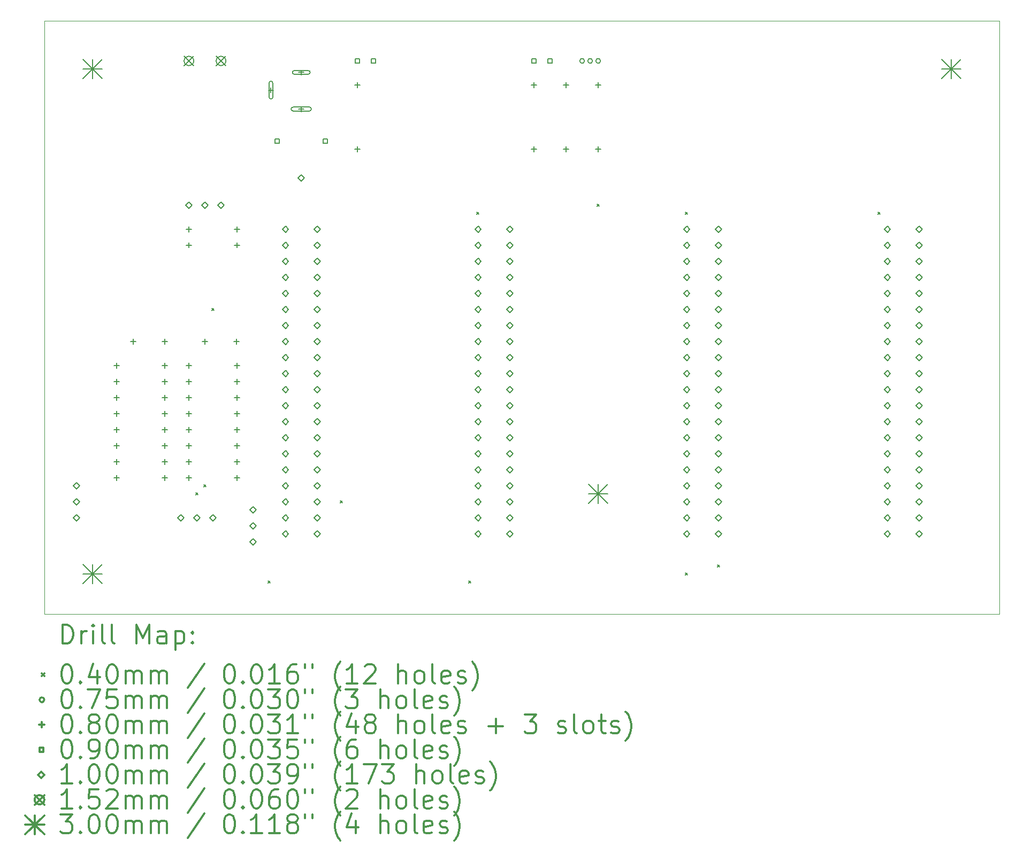
<source format=gbr>
%FSLAX45Y45*%
G04 Gerber Fmt 4.5, Leading zero omitted, Abs format (unit mm)*
G04 Created by KiCad (PCBNEW (5.1.4)-1) date 2020-01-21 02:51:56*
%MOMM*%
%LPD*%
G04 APERTURE LIST*
%ADD10C,0.050000*%
%ADD11C,0.200000*%
%ADD12C,0.300000*%
G04 APERTURE END LIST*
D10*
X17780000Y-2921000D02*
X2667000Y-2921000D01*
X17780000Y-12319000D02*
X17780000Y-2921000D01*
X2667000Y-12319000D02*
X17780000Y-12319000D01*
X2667000Y-2921000D02*
X2667000Y-12319000D01*
D11*
X5060000Y-10394000D02*
X5100000Y-10434000D01*
X5100000Y-10394000D02*
X5060000Y-10434000D01*
X5187000Y-10267000D02*
X5227000Y-10307000D01*
X5227000Y-10267000D02*
X5187000Y-10307000D01*
X5314000Y-7473000D02*
X5354000Y-7513000D01*
X5354000Y-7473000D02*
X5314000Y-7513000D01*
X6203000Y-11791000D02*
X6243000Y-11831000D01*
X6243000Y-11791000D02*
X6203000Y-11831000D01*
X7346000Y-10521000D02*
X7386000Y-10561000D01*
X7386000Y-10521000D02*
X7346000Y-10561000D01*
X9378000Y-11791000D02*
X9418000Y-11831000D01*
X9418000Y-11791000D02*
X9378000Y-11831000D01*
X9505000Y-5949000D02*
X9545000Y-5989000D01*
X9545000Y-5949000D02*
X9505000Y-5989000D01*
X11410000Y-5822000D02*
X11450000Y-5862000D01*
X11450000Y-5822000D02*
X11410000Y-5862000D01*
X12807000Y-5949000D02*
X12847000Y-5989000D01*
X12847000Y-5949000D02*
X12807000Y-5989000D01*
X12807000Y-11664000D02*
X12847000Y-11704000D01*
X12847000Y-11664000D02*
X12807000Y-11704000D01*
X13315000Y-11537000D02*
X13355000Y-11577000D01*
X13355000Y-11537000D02*
X13315000Y-11577000D01*
X15855000Y-5949000D02*
X15895000Y-5989000D01*
X15895000Y-5949000D02*
X15855000Y-5989000D01*
X11213500Y-3556000D02*
G75*
G03X11213500Y-3556000I-37500J0D01*
G01*
X11340500Y-3556000D02*
G75*
G03X11340500Y-3556000I-37500J0D01*
G01*
X11467500Y-3556000D02*
G75*
G03X11467500Y-3556000I-37500J0D01*
G01*
X5207000Y-7961000D02*
X5207000Y-8041000D01*
X5167000Y-8001000D02*
X5247000Y-8001000D01*
X5707000Y-7961000D02*
X5707000Y-8041000D01*
X5667000Y-8001000D02*
X5747000Y-8001000D01*
X10414000Y-3897000D02*
X10414000Y-3977000D01*
X10374000Y-3937000D02*
X10454000Y-3937000D01*
X10414000Y-4913000D02*
X10414000Y-4993000D01*
X10374000Y-4953000D02*
X10454000Y-4953000D01*
X4953000Y-6183000D02*
X4953000Y-6263000D01*
X4913000Y-6223000D02*
X4993000Y-6223000D01*
X4953000Y-6433000D02*
X4953000Y-6513000D01*
X4913000Y-6473000D02*
X4993000Y-6473000D01*
X11430000Y-3897000D02*
X11430000Y-3977000D01*
X11390000Y-3937000D02*
X11470000Y-3937000D01*
X11430000Y-4913000D02*
X11430000Y-4993000D01*
X11390000Y-4953000D02*
X11470000Y-4953000D01*
X3810000Y-8342000D02*
X3810000Y-8422000D01*
X3770000Y-8382000D02*
X3850000Y-8382000D01*
X3810000Y-8596000D02*
X3810000Y-8676000D01*
X3770000Y-8636000D02*
X3850000Y-8636000D01*
X3810000Y-8850000D02*
X3810000Y-8930000D01*
X3770000Y-8890000D02*
X3850000Y-8890000D01*
X3810000Y-9104000D02*
X3810000Y-9184000D01*
X3770000Y-9144000D02*
X3850000Y-9144000D01*
X3810000Y-9358000D02*
X3810000Y-9438000D01*
X3770000Y-9398000D02*
X3850000Y-9398000D01*
X3810000Y-9612000D02*
X3810000Y-9692000D01*
X3770000Y-9652000D02*
X3850000Y-9652000D01*
X3810000Y-9866000D02*
X3810000Y-9946000D01*
X3770000Y-9906000D02*
X3850000Y-9906000D01*
X3810000Y-10120000D02*
X3810000Y-10200000D01*
X3770000Y-10160000D02*
X3850000Y-10160000D01*
X4572000Y-8342000D02*
X4572000Y-8422000D01*
X4532000Y-8382000D02*
X4612000Y-8382000D01*
X4572000Y-8596000D02*
X4572000Y-8676000D01*
X4532000Y-8636000D02*
X4612000Y-8636000D01*
X4572000Y-8850000D02*
X4572000Y-8930000D01*
X4532000Y-8890000D02*
X4612000Y-8890000D01*
X4572000Y-9104000D02*
X4572000Y-9184000D01*
X4532000Y-9144000D02*
X4612000Y-9144000D01*
X4572000Y-9358000D02*
X4572000Y-9438000D01*
X4532000Y-9398000D02*
X4612000Y-9398000D01*
X4572000Y-9612000D02*
X4572000Y-9692000D01*
X4532000Y-9652000D02*
X4612000Y-9652000D01*
X4572000Y-9866000D02*
X4572000Y-9946000D01*
X4532000Y-9906000D02*
X4612000Y-9906000D01*
X4572000Y-10120000D02*
X4572000Y-10200000D01*
X4532000Y-10160000D02*
X4612000Y-10160000D01*
X6251000Y-3978000D02*
X6251000Y-4058000D01*
X6211000Y-4018000D02*
X6291000Y-4018000D01*
X6221000Y-3908000D02*
X6221000Y-4128000D01*
X6281000Y-3908000D02*
X6281000Y-4128000D01*
X6221000Y-4128000D02*
G75*
G03X6281000Y-4128000I30000J0D01*
G01*
X6281000Y-3908000D02*
G75*
G03X6221000Y-3908000I-30000J0D01*
G01*
X6731000Y-3698000D02*
X6731000Y-3778000D01*
X6691000Y-3738000D02*
X6771000Y-3738000D01*
X6841000Y-3708000D02*
X6621000Y-3708000D01*
X6841000Y-3768000D02*
X6621000Y-3768000D01*
X6621000Y-3708000D02*
G75*
G03X6621000Y-3768000I0J-30000D01*
G01*
X6841000Y-3768000D02*
G75*
G03X6841000Y-3708000I0J30000D01*
G01*
X6731000Y-4278000D02*
X6731000Y-4358000D01*
X6691000Y-4318000D02*
X6771000Y-4318000D01*
X6861000Y-4288000D02*
X6601000Y-4288000D01*
X6861000Y-4348000D02*
X6601000Y-4348000D01*
X6601000Y-4288000D02*
G75*
G03X6601000Y-4348000I0J-30000D01*
G01*
X6861000Y-4348000D02*
G75*
G03X6861000Y-4288000I0J30000D01*
G01*
X4072000Y-7961000D02*
X4072000Y-8041000D01*
X4032000Y-8001000D02*
X4112000Y-8001000D01*
X4572000Y-7961000D02*
X4572000Y-8041000D01*
X4532000Y-8001000D02*
X4612000Y-8001000D01*
X4953000Y-8342000D02*
X4953000Y-8422000D01*
X4913000Y-8382000D02*
X4993000Y-8382000D01*
X4953000Y-8596000D02*
X4953000Y-8676000D01*
X4913000Y-8636000D02*
X4993000Y-8636000D01*
X4953000Y-8850000D02*
X4953000Y-8930000D01*
X4913000Y-8890000D02*
X4993000Y-8890000D01*
X4953000Y-9104000D02*
X4953000Y-9184000D01*
X4913000Y-9144000D02*
X4993000Y-9144000D01*
X4953000Y-9358000D02*
X4953000Y-9438000D01*
X4913000Y-9398000D02*
X4993000Y-9398000D01*
X4953000Y-9612000D02*
X4953000Y-9692000D01*
X4913000Y-9652000D02*
X4993000Y-9652000D01*
X4953000Y-9866000D02*
X4953000Y-9946000D01*
X4913000Y-9906000D02*
X4993000Y-9906000D01*
X4953000Y-10120000D02*
X4953000Y-10200000D01*
X4913000Y-10160000D02*
X4993000Y-10160000D01*
X5715000Y-8342000D02*
X5715000Y-8422000D01*
X5675000Y-8382000D02*
X5755000Y-8382000D01*
X5715000Y-8596000D02*
X5715000Y-8676000D01*
X5675000Y-8636000D02*
X5755000Y-8636000D01*
X5715000Y-8850000D02*
X5715000Y-8930000D01*
X5675000Y-8890000D02*
X5755000Y-8890000D01*
X5715000Y-9104000D02*
X5715000Y-9184000D01*
X5675000Y-9144000D02*
X5755000Y-9144000D01*
X5715000Y-9358000D02*
X5715000Y-9438000D01*
X5675000Y-9398000D02*
X5755000Y-9398000D01*
X5715000Y-9612000D02*
X5715000Y-9692000D01*
X5675000Y-9652000D02*
X5755000Y-9652000D01*
X5715000Y-9866000D02*
X5715000Y-9946000D01*
X5675000Y-9906000D02*
X5755000Y-9906000D01*
X5715000Y-10120000D02*
X5715000Y-10200000D01*
X5675000Y-10160000D02*
X5755000Y-10160000D01*
X7620000Y-3897000D02*
X7620000Y-3977000D01*
X7580000Y-3937000D02*
X7660000Y-3937000D01*
X7620000Y-4913000D02*
X7620000Y-4993000D01*
X7580000Y-4953000D02*
X7660000Y-4953000D01*
X10922000Y-3897000D02*
X10922000Y-3977000D01*
X10882000Y-3937000D02*
X10962000Y-3937000D01*
X10922000Y-4913000D02*
X10922000Y-4993000D01*
X10882000Y-4953000D02*
X10962000Y-4953000D01*
X5715000Y-6183000D02*
X5715000Y-6263000D01*
X5675000Y-6223000D02*
X5755000Y-6223000D01*
X5715000Y-6433000D02*
X5715000Y-6513000D01*
X5675000Y-6473000D02*
X5755000Y-6473000D01*
X6381820Y-4857820D02*
X6381820Y-4794180D01*
X6318180Y-4794180D01*
X6318180Y-4857820D01*
X6381820Y-4857820D01*
X7143820Y-4857820D02*
X7143820Y-4794180D01*
X7080180Y-4794180D01*
X7080180Y-4857820D01*
X7143820Y-4857820D01*
X7651820Y-3587820D02*
X7651820Y-3524180D01*
X7588180Y-3524180D01*
X7588180Y-3587820D01*
X7651820Y-3587820D01*
X7905820Y-3587820D02*
X7905820Y-3524180D01*
X7842180Y-3524180D01*
X7842180Y-3587820D01*
X7905820Y-3587820D01*
X10445820Y-3587820D02*
X10445820Y-3524180D01*
X10382180Y-3524180D01*
X10382180Y-3587820D01*
X10445820Y-3587820D01*
X10699820Y-3587820D02*
X10699820Y-3524180D01*
X10636180Y-3524180D01*
X10636180Y-3587820D01*
X10699820Y-3587820D01*
X6481000Y-6273000D02*
X6531000Y-6223000D01*
X6481000Y-6173000D01*
X6431000Y-6223000D01*
X6481000Y-6273000D01*
X6481000Y-6527000D02*
X6531000Y-6477000D01*
X6481000Y-6427000D01*
X6431000Y-6477000D01*
X6481000Y-6527000D01*
X6481000Y-6781000D02*
X6531000Y-6731000D01*
X6481000Y-6681000D01*
X6431000Y-6731000D01*
X6481000Y-6781000D01*
X6481000Y-7035000D02*
X6531000Y-6985000D01*
X6481000Y-6935000D01*
X6431000Y-6985000D01*
X6481000Y-7035000D01*
X6481000Y-7289000D02*
X6531000Y-7239000D01*
X6481000Y-7189000D01*
X6431000Y-7239000D01*
X6481000Y-7289000D01*
X6481000Y-7543000D02*
X6531000Y-7493000D01*
X6481000Y-7443000D01*
X6431000Y-7493000D01*
X6481000Y-7543000D01*
X6481000Y-7797000D02*
X6531000Y-7747000D01*
X6481000Y-7697000D01*
X6431000Y-7747000D01*
X6481000Y-7797000D01*
X6481000Y-8051000D02*
X6531000Y-8001000D01*
X6481000Y-7951000D01*
X6431000Y-8001000D01*
X6481000Y-8051000D01*
X6481000Y-8305000D02*
X6531000Y-8255000D01*
X6481000Y-8205000D01*
X6431000Y-8255000D01*
X6481000Y-8305000D01*
X6481000Y-8559000D02*
X6531000Y-8509000D01*
X6481000Y-8459000D01*
X6431000Y-8509000D01*
X6481000Y-8559000D01*
X6481000Y-8813000D02*
X6531000Y-8763000D01*
X6481000Y-8713000D01*
X6431000Y-8763000D01*
X6481000Y-8813000D01*
X6481000Y-9067000D02*
X6531000Y-9017000D01*
X6481000Y-8967000D01*
X6431000Y-9017000D01*
X6481000Y-9067000D01*
X6481000Y-9321000D02*
X6531000Y-9271000D01*
X6481000Y-9221000D01*
X6431000Y-9271000D01*
X6481000Y-9321000D01*
X6481000Y-9575000D02*
X6531000Y-9525000D01*
X6481000Y-9475000D01*
X6431000Y-9525000D01*
X6481000Y-9575000D01*
X6481000Y-9829000D02*
X6531000Y-9779000D01*
X6481000Y-9729000D01*
X6431000Y-9779000D01*
X6481000Y-9829000D01*
X6481000Y-10083000D02*
X6531000Y-10033000D01*
X6481000Y-9983000D01*
X6431000Y-10033000D01*
X6481000Y-10083000D01*
X6481000Y-10337000D02*
X6531000Y-10287000D01*
X6481000Y-10237000D01*
X6431000Y-10287000D01*
X6481000Y-10337000D01*
X6481000Y-10591000D02*
X6531000Y-10541000D01*
X6481000Y-10491000D01*
X6431000Y-10541000D01*
X6481000Y-10591000D01*
X6481000Y-10845000D02*
X6531000Y-10795000D01*
X6481000Y-10745000D01*
X6431000Y-10795000D01*
X6481000Y-10845000D01*
X6481000Y-11099000D02*
X6531000Y-11049000D01*
X6481000Y-10999000D01*
X6431000Y-11049000D01*
X6481000Y-11099000D01*
X6731000Y-5460200D02*
X6781000Y-5410200D01*
X6731000Y-5360200D01*
X6681000Y-5410200D01*
X6731000Y-5460200D01*
X6981000Y-6273000D02*
X7031000Y-6223000D01*
X6981000Y-6173000D01*
X6931000Y-6223000D01*
X6981000Y-6273000D01*
X6981000Y-6527000D02*
X7031000Y-6477000D01*
X6981000Y-6427000D01*
X6931000Y-6477000D01*
X6981000Y-6527000D01*
X6981000Y-6781000D02*
X7031000Y-6731000D01*
X6981000Y-6681000D01*
X6931000Y-6731000D01*
X6981000Y-6781000D01*
X6981000Y-7035000D02*
X7031000Y-6985000D01*
X6981000Y-6935000D01*
X6931000Y-6985000D01*
X6981000Y-7035000D01*
X6981000Y-7289000D02*
X7031000Y-7239000D01*
X6981000Y-7189000D01*
X6931000Y-7239000D01*
X6981000Y-7289000D01*
X6981000Y-7543000D02*
X7031000Y-7493000D01*
X6981000Y-7443000D01*
X6931000Y-7493000D01*
X6981000Y-7543000D01*
X6981000Y-7797000D02*
X7031000Y-7747000D01*
X6981000Y-7697000D01*
X6931000Y-7747000D01*
X6981000Y-7797000D01*
X6981000Y-8051000D02*
X7031000Y-8001000D01*
X6981000Y-7951000D01*
X6931000Y-8001000D01*
X6981000Y-8051000D01*
X6981000Y-8305000D02*
X7031000Y-8255000D01*
X6981000Y-8205000D01*
X6931000Y-8255000D01*
X6981000Y-8305000D01*
X6981000Y-8559000D02*
X7031000Y-8509000D01*
X6981000Y-8459000D01*
X6931000Y-8509000D01*
X6981000Y-8559000D01*
X6981000Y-8813000D02*
X7031000Y-8763000D01*
X6981000Y-8713000D01*
X6931000Y-8763000D01*
X6981000Y-8813000D01*
X6981000Y-9067000D02*
X7031000Y-9017000D01*
X6981000Y-8967000D01*
X6931000Y-9017000D01*
X6981000Y-9067000D01*
X6981000Y-9321000D02*
X7031000Y-9271000D01*
X6981000Y-9221000D01*
X6931000Y-9271000D01*
X6981000Y-9321000D01*
X6981000Y-9575000D02*
X7031000Y-9525000D01*
X6981000Y-9475000D01*
X6931000Y-9525000D01*
X6981000Y-9575000D01*
X6981000Y-9829000D02*
X7031000Y-9779000D01*
X6981000Y-9729000D01*
X6931000Y-9779000D01*
X6981000Y-9829000D01*
X6981000Y-10083000D02*
X7031000Y-10033000D01*
X6981000Y-9983000D01*
X6931000Y-10033000D01*
X6981000Y-10083000D01*
X6981000Y-10337000D02*
X7031000Y-10287000D01*
X6981000Y-10237000D01*
X6931000Y-10287000D01*
X6981000Y-10337000D01*
X6981000Y-10591000D02*
X7031000Y-10541000D01*
X6981000Y-10491000D01*
X6931000Y-10541000D01*
X6981000Y-10591000D01*
X6981000Y-10845000D02*
X7031000Y-10795000D01*
X6981000Y-10745000D01*
X6931000Y-10795000D01*
X6981000Y-10845000D01*
X6981000Y-11099000D02*
X7031000Y-11049000D01*
X6981000Y-10999000D01*
X6931000Y-11049000D01*
X6981000Y-11099000D01*
X9529000Y-6273000D02*
X9579000Y-6223000D01*
X9529000Y-6173000D01*
X9479000Y-6223000D01*
X9529000Y-6273000D01*
X9529000Y-6527000D02*
X9579000Y-6477000D01*
X9529000Y-6427000D01*
X9479000Y-6477000D01*
X9529000Y-6527000D01*
X9529000Y-6781000D02*
X9579000Y-6731000D01*
X9529000Y-6681000D01*
X9479000Y-6731000D01*
X9529000Y-6781000D01*
X9529000Y-7035000D02*
X9579000Y-6985000D01*
X9529000Y-6935000D01*
X9479000Y-6985000D01*
X9529000Y-7035000D01*
X9529000Y-7289000D02*
X9579000Y-7239000D01*
X9529000Y-7189000D01*
X9479000Y-7239000D01*
X9529000Y-7289000D01*
X9529000Y-7543000D02*
X9579000Y-7493000D01*
X9529000Y-7443000D01*
X9479000Y-7493000D01*
X9529000Y-7543000D01*
X9529000Y-7797000D02*
X9579000Y-7747000D01*
X9529000Y-7697000D01*
X9479000Y-7747000D01*
X9529000Y-7797000D01*
X9529000Y-8051000D02*
X9579000Y-8001000D01*
X9529000Y-7951000D01*
X9479000Y-8001000D01*
X9529000Y-8051000D01*
X9529000Y-8305000D02*
X9579000Y-8255000D01*
X9529000Y-8205000D01*
X9479000Y-8255000D01*
X9529000Y-8305000D01*
X9529000Y-8559000D02*
X9579000Y-8509000D01*
X9529000Y-8459000D01*
X9479000Y-8509000D01*
X9529000Y-8559000D01*
X9529000Y-8813000D02*
X9579000Y-8763000D01*
X9529000Y-8713000D01*
X9479000Y-8763000D01*
X9529000Y-8813000D01*
X9529000Y-9067000D02*
X9579000Y-9017000D01*
X9529000Y-8967000D01*
X9479000Y-9017000D01*
X9529000Y-9067000D01*
X9529000Y-9321000D02*
X9579000Y-9271000D01*
X9529000Y-9221000D01*
X9479000Y-9271000D01*
X9529000Y-9321000D01*
X9529000Y-9575000D02*
X9579000Y-9525000D01*
X9529000Y-9475000D01*
X9479000Y-9525000D01*
X9529000Y-9575000D01*
X9529000Y-9829000D02*
X9579000Y-9779000D01*
X9529000Y-9729000D01*
X9479000Y-9779000D01*
X9529000Y-9829000D01*
X9529000Y-10083000D02*
X9579000Y-10033000D01*
X9529000Y-9983000D01*
X9479000Y-10033000D01*
X9529000Y-10083000D01*
X9529000Y-10337000D02*
X9579000Y-10287000D01*
X9529000Y-10237000D01*
X9479000Y-10287000D01*
X9529000Y-10337000D01*
X9529000Y-10591000D02*
X9579000Y-10541000D01*
X9529000Y-10491000D01*
X9479000Y-10541000D01*
X9529000Y-10591000D01*
X9529000Y-10845000D02*
X9579000Y-10795000D01*
X9529000Y-10745000D01*
X9479000Y-10795000D01*
X9529000Y-10845000D01*
X9529000Y-11099000D02*
X9579000Y-11049000D01*
X9529000Y-10999000D01*
X9479000Y-11049000D01*
X9529000Y-11099000D01*
X10029000Y-6273000D02*
X10079000Y-6223000D01*
X10029000Y-6173000D01*
X9979000Y-6223000D01*
X10029000Y-6273000D01*
X10029000Y-6527000D02*
X10079000Y-6477000D01*
X10029000Y-6427000D01*
X9979000Y-6477000D01*
X10029000Y-6527000D01*
X10029000Y-6781000D02*
X10079000Y-6731000D01*
X10029000Y-6681000D01*
X9979000Y-6731000D01*
X10029000Y-6781000D01*
X10029000Y-7035000D02*
X10079000Y-6985000D01*
X10029000Y-6935000D01*
X9979000Y-6985000D01*
X10029000Y-7035000D01*
X10029000Y-7289000D02*
X10079000Y-7239000D01*
X10029000Y-7189000D01*
X9979000Y-7239000D01*
X10029000Y-7289000D01*
X10029000Y-7543000D02*
X10079000Y-7493000D01*
X10029000Y-7443000D01*
X9979000Y-7493000D01*
X10029000Y-7543000D01*
X10029000Y-7797000D02*
X10079000Y-7747000D01*
X10029000Y-7697000D01*
X9979000Y-7747000D01*
X10029000Y-7797000D01*
X10029000Y-8051000D02*
X10079000Y-8001000D01*
X10029000Y-7951000D01*
X9979000Y-8001000D01*
X10029000Y-8051000D01*
X10029000Y-8305000D02*
X10079000Y-8255000D01*
X10029000Y-8205000D01*
X9979000Y-8255000D01*
X10029000Y-8305000D01*
X10029000Y-8559000D02*
X10079000Y-8509000D01*
X10029000Y-8459000D01*
X9979000Y-8509000D01*
X10029000Y-8559000D01*
X10029000Y-8813000D02*
X10079000Y-8763000D01*
X10029000Y-8713000D01*
X9979000Y-8763000D01*
X10029000Y-8813000D01*
X10029000Y-9067000D02*
X10079000Y-9017000D01*
X10029000Y-8967000D01*
X9979000Y-9017000D01*
X10029000Y-9067000D01*
X10029000Y-9321000D02*
X10079000Y-9271000D01*
X10029000Y-9221000D01*
X9979000Y-9271000D01*
X10029000Y-9321000D01*
X10029000Y-9575000D02*
X10079000Y-9525000D01*
X10029000Y-9475000D01*
X9979000Y-9525000D01*
X10029000Y-9575000D01*
X10029000Y-9829000D02*
X10079000Y-9779000D01*
X10029000Y-9729000D01*
X9979000Y-9779000D01*
X10029000Y-9829000D01*
X10029000Y-10083000D02*
X10079000Y-10033000D01*
X10029000Y-9983000D01*
X9979000Y-10033000D01*
X10029000Y-10083000D01*
X10029000Y-10337000D02*
X10079000Y-10287000D01*
X10029000Y-10237000D01*
X9979000Y-10287000D01*
X10029000Y-10337000D01*
X10029000Y-10591000D02*
X10079000Y-10541000D01*
X10029000Y-10491000D01*
X9979000Y-10541000D01*
X10029000Y-10591000D01*
X10029000Y-10845000D02*
X10079000Y-10795000D01*
X10029000Y-10745000D01*
X9979000Y-10795000D01*
X10029000Y-10845000D01*
X10029000Y-11099000D02*
X10079000Y-11049000D01*
X10029000Y-10999000D01*
X9979000Y-11049000D01*
X10029000Y-11099000D01*
X16006000Y-6273000D02*
X16056000Y-6223000D01*
X16006000Y-6173000D01*
X15956000Y-6223000D01*
X16006000Y-6273000D01*
X16006000Y-6527000D02*
X16056000Y-6477000D01*
X16006000Y-6427000D01*
X15956000Y-6477000D01*
X16006000Y-6527000D01*
X16006000Y-6781000D02*
X16056000Y-6731000D01*
X16006000Y-6681000D01*
X15956000Y-6731000D01*
X16006000Y-6781000D01*
X16006000Y-7035000D02*
X16056000Y-6985000D01*
X16006000Y-6935000D01*
X15956000Y-6985000D01*
X16006000Y-7035000D01*
X16006000Y-7289000D02*
X16056000Y-7239000D01*
X16006000Y-7189000D01*
X15956000Y-7239000D01*
X16006000Y-7289000D01*
X16006000Y-7543000D02*
X16056000Y-7493000D01*
X16006000Y-7443000D01*
X15956000Y-7493000D01*
X16006000Y-7543000D01*
X16006000Y-7797000D02*
X16056000Y-7747000D01*
X16006000Y-7697000D01*
X15956000Y-7747000D01*
X16006000Y-7797000D01*
X16006000Y-8051000D02*
X16056000Y-8001000D01*
X16006000Y-7951000D01*
X15956000Y-8001000D01*
X16006000Y-8051000D01*
X16006000Y-8305000D02*
X16056000Y-8255000D01*
X16006000Y-8205000D01*
X15956000Y-8255000D01*
X16006000Y-8305000D01*
X16006000Y-8559000D02*
X16056000Y-8509000D01*
X16006000Y-8459000D01*
X15956000Y-8509000D01*
X16006000Y-8559000D01*
X16006000Y-8813000D02*
X16056000Y-8763000D01*
X16006000Y-8713000D01*
X15956000Y-8763000D01*
X16006000Y-8813000D01*
X16006000Y-9067000D02*
X16056000Y-9017000D01*
X16006000Y-8967000D01*
X15956000Y-9017000D01*
X16006000Y-9067000D01*
X16006000Y-9321000D02*
X16056000Y-9271000D01*
X16006000Y-9221000D01*
X15956000Y-9271000D01*
X16006000Y-9321000D01*
X16006000Y-9575000D02*
X16056000Y-9525000D01*
X16006000Y-9475000D01*
X15956000Y-9525000D01*
X16006000Y-9575000D01*
X16006000Y-9829000D02*
X16056000Y-9779000D01*
X16006000Y-9729000D01*
X15956000Y-9779000D01*
X16006000Y-9829000D01*
X16006000Y-10083000D02*
X16056000Y-10033000D01*
X16006000Y-9983000D01*
X15956000Y-10033000D01*
X16006000Y-10083000D01*
X16006000Y-10337000D02*
X16056000Y-10287000D01*
X16006000Y-10237000D01*
X15956000Y-10287000D01*
X16006000Y-10337000D01*
X16006000Y-10591000D02*
X16056000Y-10541000D01*
X16006000Y-10491000D01*
X15956000Y-10541000D01*
X16006000Y-10591000D01*
X16006000Y-10845000D02*
X16056000Y-10795000D01*
X16006000Y-10745000D01*
X15956000Y-10795000D01*
X16006000Y-10845000D01*
X16006000Y-11099000D02*
X16056000Y-11049000D01*
X16006000Y-10999000D01*
X15956000Y-11049000D01*
X16006000Y-11099000D01*
X16506000Y-6273000D02*
X16556000Y-6223000D01*
X16506000Y-6173000D01*
X16456000Y-6223000D01*
X16506000Y-6273000D01*
X16506000Y-6527000D02*
X16556000Y-6477000D01*
X16506000Y-6427000D01*
X16456000Y-6477000D01*
X16506000Y-6527000D01*
X16506000Y-6781000D02*
X16556000Y-6731000D01*
X16506000Y-6681000D01*
X16456000Y-6731000D01*
X16506000Y-6781000D01*
X16506000Y-7035000D02*
X16556000Y-6985000D01*
X16506000Y-6935000D01*
X16456000Y-6985000D01*
X16506000Y-7035000D01*
X16506000Y-7289000D02*
X16556000Y-7239000D01*
X16506000Y-7189000D01*
X16456000Y-7239000D01*
X16506000Y-7289000D01*
X16506000Y-7543000D02*
X16556000Y-7493000D01*
X16506000Y-7443000D01*
X16456000Y-7493000D01*
X16506000Y-7543000D01*
X16506000Y-7797000D02*
X16556000Y-7747000D01*
X16506000Y-7697000D01*
X16456000Y-7747000D01*
X16506000Y-7797000D01*
X16506000Y-8051000D02*
X16556000Y-8001000D01*
X16506000Y-7951000D01*
X16456000Y-8001000D01*
X16506000Y-8051000D01*
X16506000Y-8305000D02*
X16556000Y-8255000D01*
X16506000Y-8205000D01*
X16456000Y-8255000D01*
X16506000Y-8305000D01*
X16506000Y-8559000D02*
X16556000Y-8509000D01*
X16506000Y-8459000D01*
X16456000Y-8509000D01*
X16506000Y-8559000D01*
X16506000Y-8813000D02*
X16556000Y-8763000D01*
X16506000Y-8713000D01*
X16456000Y-8763000D01*
X16506000Y-8813000D01*
X16506000Y-9067000D02*
X16556000Y-9017000D01*
X16506000Y-8967000D01*
X16456000Y-9017000D01*
X16506000Y-9067000D01*
X16506000Y-9321000D02*
X16556000Y-9271000D01*
X16506000Y-9221000D01*
X16456000Y-9271000D01*
X16506000Y-9321000D01*
X16506000Y-9575000D02*
X16556000Y-9525000D01*
X16506000Y-9475000D01*
X16456000Y-9525000D01*
X16506000Y-9575000D01*
X16506000Y-9829000D02*
X16556000Y-9779000D01*
X16506000Y-9729000D01*
X16456000Y-9779000D01*
X16506000Y-9829000D01*
X16506000Y-10083000D02*
X16556000Y-10033000D01*
X16506000Y-9983000D01*
X16456000Y-10033000D01*
X16506000Y-10083000D01*
X16506000Y-10337000D02*
X16556000Y-10287000D01*
X16506000Y-10237000D01*
X16456000Y-10287000D01*
X16506000Y-10337000D01*
X16506000Y-10591000D02*
X16556000Y-10541000D01*
X16506000Y-10491000D01*
X16456000Y-10541000D01*
X16506000Y-10591000D01*
X16506000Y-10845000D02*
X16556000Y-10795000D01*
X16506000Y-10745000D01*
X16456000Y-10795000D01*
X16506000Y-10845000D01*
X16506000Y-11099000D02*
X16556000Y-11049000D01*
X16506000Y-10999000D01*
X16456000Y-11049000D01*
X16506000Y-11099000D01*
X3175000Y-10337000D02*
X3225000Y-10287000D01*
X3175000Y-10237000D01*
X3125000Y-10287000D01*
X3175000Y-10337000D01*
X3175000Y-10591000D02*
X3225000Y-10541000D01*
X3175000Y-10491000D01*
X3125000Y-10541000D01*
X3175000Y-10591000D01*
X3175000Y-10845000D02*
X3225000Y-10795000D01*
X3175000Y-10745000D01*
X3125000Y-10795000D01*
X3175000Y-10845000D01*
X4826000Y-10845000D02*
X4876000Y-10795000D01*
X4826000Y-10745000D01*
X4776000Y-10795000D01*
X4826000Y-10845000D01*
X5080000Y-10845000D02*
X5130000Y-10795000D01*
X5080000Y-10745000D01*
X5030000Y-10795000D01*
X5080000Y-10845000D01*
X5334000Y-10845000D02*
X5384000Y-10795000D01*
X5334000Y-10745000D01*
X5284000Y-10795000D01*
X5334000Y-10845000D01*
X12831000Y-6273000D02*
X12881000Y-6223000D01*
X12831000Y-6173000D01*
X12781000Y-6223000D01*
X12831000Y-6273000D01*
X12831000Y-6527000D02*
X12881000Y-6477000D01*
X12831000Y-6427000D01*
X12781000Y-6477000D01*
X12831000Y-6527000D01*
X12831000Y-6781000D02*
X12881000Y-6731000D01*
X12831000Y-6681000D01*
X12781000Y-6731000D01*
X12831000Y-6781000D01*
X12831000Y-7035000D02*
X12881000Y-6985000D01*
X12831000Y-6935000D01*
X12781000Y-6985000D01*
X12831000Y-7035000D01*
X12831000Y-7289000D02*
X12881000Y-7239000D01*
X12831000Y-7189000D01*
X12781000Y-7239000D01*
X12831000Y-7289000D01*
X12831000Y-7543000D02*
X12881000Y-7493000D01*
X12831000Y-7443000D01*
X12781000Y-7493000D01*
X12831000Y-7543000D01*
X12831000Y-7797000D02*
X12881000Y-7747000D01*
X12831000Y-7697000D01*
X12781000Y-7747000D01*
X12831000Y-7797000D01*
X12831000Y-8051000D02*
X12881000Y-8001000D01*
X12831000Y-7951000D01*
X12781000Y-8001000D01*
X12831000Y-8051000D01*
X12831000Y-8305000D02*
X12881000Y-8255000D01*
X12831000Y-8205000D01*
X12781000Y-8255000D01*
X12831000Y-8305000D01*
X12831000Y-8559000D02*
X12881000Y-8509000D01*
X12831000Y-8459000D01*
X12781000Y-8509000D01*
X12831000Y-8559000D01*
X12831000Y-8813000D02*
X12881000Y-8763000D01*
X12831000Y-8713000D01*
X12781000Y-8763000D01*
X12831000Y-8813000D01*
X12831000Y-9067000D02*
X12881000Y-9017000D01*
X12831000Y-8967000D01*
X12781000Y-9017000D01*
X12831000Y-9067000D01*
X12831000Y-9321000D02*
X12881000Y-9271000D01*
X12831000Y-9221000D01*
X12781000Y-9271000D01*
X12831000Y-9321000D01*
X12831000Y-9575000D02*
X12881000Y-9525000D01*
X12831000Y-9475000D01*
X12781000Y-9525000D01*
X12831000Y-9575000D01*
X12831000Y-9829000D02*
X12881000Y-9779000D01*
X12831000Y-9729000D01*
X12781000Y-9779000D01*
X12831000Y-9829000D01*
X12831000Y-10083000D02*
X12881000Y-10033000D01*
X12831000Y-9983000D01*
X12781000Y-10033000D01*
X12831000Y-10083000D01*
X12831000Y-10337000D02*
X12881000Y-10287000D01*
X12831000Y-10237000D01*
X12781000Y-10287000D01*
X12831000Y-10337000D01*
X12831000Y-10591000D02*
X12881000Y-10541000D01*
X12831000Y-10491000D01*
X12781000Y-10541000D01*
X12831000Y-10591000D01*
X12831000Y-10845000D02*
X12881000Y-10795000D01*
X12831000Y-10745000D01*
X12781000Y-10795000D01*
X12831000Y-10845000D01*
X12831000Y-11099000D02*
X12881000Y-11049000D01*
X12831000Y-10999000D01*
X12781000Y-11049000D01*
X12831000Y-11099000D01*
X13331000Y-6273000D02*
X13381000Y-6223000D01*
X13331000Y-6173000D01*
X13281000Y-6223000D01*
X13331000Y-6273000D01*
X13331000Y-6527000D02*
X13381000Y-6477000D01*
X13331000Y-6427000D01*
X13281000Y-6477000D01*
X13331000Y-6527000D01*
X13331000Y-6781000D02*
X13381000Y-6731000D01*
X13331000Y-6681000D01*
X13281000Y-6731000D01*
X13331000Y-6781000D01*
X13331000Y-7035000D02*
X13381000Y-6985000D01*
X13331000Y-6935000D01*
X13281000Y-6985000D01*
X13331000Y-7035000D01*
X13331000Y-7289000D02*
X13381000Y-7239000D01*
X13331000Y-7189000D01*
X13281000Y-7239000D01*
X13331000Y-7289000D01*
X13331000Y-7543000D02*
X13381000Y-7493000D01*
X13331000Y-7443000D01*
X13281000Y-7493000D01*
X13331000Y-7543000D01*
X13331000Y-7797000D02*
X13381000Y-7747000D01*
X13331000Y-7697000D01*
X13281000Y-7747000D01*
X13331000Y-7797000D01*
X13331000Y-8051000D02*
X13381000Y-8001000D01*
X13331000Y-7951000D01*
X13281000Y-8001000D01*
X13331000Y-8051000D01*
X13331000Y-8305000D02*
X13381000Y-8255000D01*
X13331000Y-8205000D01*
X13281000Y-8255000D01*
X13331000Y-8305000D01*
X13331000Y-8559000D02*
X13381000Y-8509000D01*
X13331000Y-8459000D01*
X13281000Y-8509000D01*
X13331000Y-8559000D01*
X13331000Y-8813000D02*
X13381000Y-8763000D01*
X13331000Y-8713000D01*
X13281000Y-8763000D01*
X13331000Y-8813000D01*
X13331000Y-9067000D02*
X13381000Y-9017000D01*
X13331000Y-8967000D01*
X13281000Y-9017000D01*
X13331000Y-9067000D01*
X13331000Y-9321000D02*
X13381000Y-9271000D01*
X13331000Y-9221000D01*
X13281000Y-9271000D01*
X13331000Y-9321000D01*
X13331000Y-9575000D02*
X13381000Y-9525000D01*
X13331000Y-9475000D01*
X13281000Y-9525000D01*
X13331000Y-9575000D01*
X13331000Y-9829000D02*
X13381000Y-9779000D01*
X13331000Y-9729000D01*
X13281000Y-9779000D01*
X13331000Y-9829000D01*
X13331000Y-10083000D02*
X13381000Y-10033000D01*
X13331000Y-9983000D01*
X13281000Y-10033000D01*
X13331000Y-10083000D01*
X13331000Y-10337000D02*
X13381000Y-10287000D01*
X13331000Y-10237000D01*
X13281000Y-10287000D01*
X13331000Y-10337000D01*
X13331000Y-10591000D02*
X13381000Y-10541000D01*
X13331000Y-10491000D01*
X13281000Y-10541000D01*
X13331000Y-10591000D01*
X13331000Y-10845000D02*
X13381000Y-10795000D01*
X13331000Y-10745000D01*
X13281000Y-10795000D01*
X13331000Y-10845000D01*
X13331000Y-11099000D02*
X13381000Y-11049000D01*
X13331000Y-10999000D01*
X13281000Y-11049000D01*
X13331000Y-11099000D01*
X4953000Y-5892000D02*
X5003000Y-5842000D01*
X4953000Y-5792000D01*
X4903000Y-5842000D01*
X4953000Y-5892000D01*
X5207000Y-5892000D02*
X5257000Y-5842000D01*
X5207000Y-5792000D01*
X5157000Y-5842000D01*
X5207000Y-5892000D01*
X5461000Y-5892000D02*
X5511000Y-5842000D01*
X5461000Y-5792000D01*
X5411000Y-5842000D01*
X5461000Y-5892000D01*
X5969000Y-10718000D02*
X6019000Y-10668000D01*
X5969000Y-10618000D01*
X5919000Y-10668000D01*
X5969000Y-10718000D01*
X5969000Y-10972000D02*
X6019000Y-10922000D01*
X5969000Y-10872000D01*
X5919000Y-10922000D01*
X5969000Y-10972000D01*
X5969000Y-11226000D02*
X6019000Y-11176000D01*
X5969000Y-11126000D01*
X5919000Y-11176000D01*
X5969000Y-11226000D01*
X4877000Y-3480000D02*
X5029000Y-3632000D01*
X5029000Y-3480000D02*
X4877000Y-3632000D01*
X5029000Y-3556000D02*
G75*
G03X5029000Y-3556000I-76000J0D01*
G01*
X5385000Y-3480000D02*
X5537000Y-3632000D01*
X5537000Y-3480000D02*
X5385000Y-3632000D01*
X5537000Y-3556000D02*
G75*
G03X5537000Y-3556000I-76000J0D01*
G01*
X11280000Y-10264000D02*
X11580000Y-10564000D01*
X11580000Y-10264000D02*
X11280000Y-10564000D01*
X11430000Y-10264000D02*
X11430000Y-10564000D01*
X11280000Y-10414000D02*
X11580000Y-10414000D01*
X16868000Y-3533000D02*
X17168000Y-3833000D01*
X17168000Y-3533000D02*
X16868000Y-3833000D01*
X17018000Y-3533000D02*
X17018000Y-3833000D01*
X16868000Y-3683000D02*
X17168000Y-3683000D01*
X3279000Y-11534000D02*
X3579000Y-11834000D01*
X3579000Y-11534000D02*
X3279000Y-11834000D01*
X3429000Y-11534000D02*
X3429000Y-11834000D01*
X3279000Y-11684000D02*
X3579000Y-11684000D01*
X3279000Y-3533000D02*
X3579000Y-3833000D01*
X3579000Y-3533000D02*
X3279000Y-3833000D01*
X3429000Y-3533000D02*
X3429000Y-3833000D01*
X3279000Y-3683000D02*
X3579000Y-3683000D01*
D12*
X2950928Y-12787214D02*
X2950928Y-12487214D01*
X3022357Y-12487214D01*
X3065214Y-12501500D01*
X3093786Y-12530071D01*
X3108071Y-12558643D01*
X3122357Y-12615786D01*
X3122357Y-12658643D01*
X3108071Y-12715786D01*
X3093786Y-12744357D01*
X3065214Y-12772929D01*
X3022357Y-12787214D01*
X2950928Y-12787214D01*
X3250928Y-12787214D02*
X3250928Y-12587214D01*
X3250928Y-12644357D02*
X3265214Y-12615786D01*
X3279500Y-12601500D01*
X3308071Y-12587214D01*
X3336643Y-12587214D01*
X3436643Y-12787214D02*
X3436643Y-12587214D01*
X3436643Y-12487214D02*
X3422357Y-12501500D01*
X3436643Y-12515786D01*
X3450928Y-12501500D01*
X3436643Y-12487214D01*
X3436643Y-12515786D01*
X3622357Y-12787214D02*
X3593786Y-12772929D01*
X3579500Y-12744357D01*
X3579500Y-12487214D01*
X3779500Y-12787214D02*
X3750928Y-12772929D01*
X3736643Y-12744357D01*
X3736643Y-12487214D01*
X4122357Y-12787214D02*
X4122357Y-12487214D01*
X4222357Y-12701500D01*
X4322357Y-12487214D01*
X4322357Y-12787214D01*
X4593786Y-12787214D02*
X4593786Y-12630071D01*
X4579500Y-12601500D01*
X4550928Y-12587214D01*
X4493786Y-12587214D01*
X4465214Y-12601500D01*
X4593786Y-12772929D02*
X4565214Y-12787214D01*
X4493786Y-12787214D01*
X4465214Y-12772929D01*
X4450928Y-12744357D01*
X4450928Y-12715786D01*
X4465214Y-12687214D01*
X4493786Y-12672929D01*
X4565214Y-12672929D01*
X4593786Y-12658643D01*
X4736643Y-12587214D02*
X4736643Y-12887214D01*
X4736643Y-12601500D02*
X4765214Y-12587214D01*
X4822357Y-12587214D01*
X4850928Y-12601500D01*
X4865214Y-12615786D01*
X4879500Y-12644357D01*
X4879500Y-12730071D01*
X4865214Y-12758643D01*
X4850928Y-12772929D01*
X4822357Y-12787214D01*
X4765214Y-12787214D01*
X4736643Y-12772929D01*
X5008071Y-12758643D02*
X5022357Y-12772929D01*
X5008071Y-12787214D01*
X4993786Y-12772929D01*
X5008071Y-12758643D01*
X5008071Y-12787214D01*
X5008071Y-12601500D02*
X5022357Y-12615786D01*
X5008071Y-12630071D01*
X4993786Y-12615786D01*
X5008071Y-12601500D01*
X5008071Y-12630071D01*
X2624500Y-13261500D02*
X2664500Y-13301500D01*
X2664500Y-13261500D02*
X2624500Y-13301500D01*
X3008071Y-13117214D02*
X3036643Y-13117214D01*
X3065214Y-13131500D01*
X3079500Y-13145786D01*
X3093786Y-13174357D01*
X3108071Y-13231500D01*
X3108071Y-13302929D01*
X3093786Y-13360071D01*
X3079500Y-13388643D01*
X3065214Y-13402929D01*
X3036643Y-13417214D01*
X3008071Y-13417214D01*
X2979500Y-13402929D01*
X2965214Y-13388643D01*
X2950928Y-13360071D01*
X2936643Y-13302929D01*
X2936643Y-13231500D01*
X2950928Y-13174357D01*
X2965214Y-13145786D01*
X2979500Y-13131500D01*
X3008071Y-13117214D01*
X3236643Y-13388643D02*
X3250928Y-13402929D01*
X3236643Y-13417214D01*
X3222357Y-13402929D01*
X3236643Y-13388643D01*
X3236643Y-13417214D01*
X3508071Y-13217214D02*
X3508071Y-13417214D01*
X3436643Y-13102929D02*
X3365214Y-13317214D01*
X3550928Y-13317214D01*
X3722357Y-13117214D02*
X3750928Y-13117214D01*
X3779500Y-13131500D01*
X3793786Y-13145786D01*
X3808071Y-13174357D01*
X3822357Y-13231500D01*
X3822357Y-13302929D01*
X3808071Y-13360071D01*
X3793786Y-13388643D01*
X3779500Y-13402929D01*
X3750928Y-13417214D01*
X3722357Y-13417214D01*
X3693786Y-13402929D01*
X3679500Y-13388643D01*
X3665214Y-13360071D01*
X3650928Y-13302929D01*
X3650928Y-13231500D01*
X3665214Y-13174357D01*
X3679500Y-13145786D01*
X3693786Y-13131500D01*
X3722357Y-13117214D01*
X3950928Y-13417214D02*
X3950928Y-13217214D01*
X3950928Y-13245786D02*
X3965214Y-13231500D01*
X3993786Y-13217214D01*
X4036643Y-13217214D01*
X4065214Y-13231500D01*
X4079500Y-13260071D01*
X4079500Y-13417214D01*
X4079500Y-13260071D02*
X4093786Y-13231500D01*
X4122357Y-13217214D01*
X4165214Y-13217214D01*
X4193786Y-13231500D01*
X4208071Y-13260071D01*
X4208071Y-13417214D01*
X4350928Y-13417214D02*
X4350928Y-13217214D01*
X4350928Y-13245786D02*
X4365214Y-13231500D01*
X4393786Y-13217214D01*
X4436643Y-13217214D01*
X4465214Y-13231500D01*
X4479500Y-13260071D01*
X4479500Y-13417214D01*
X4479500Y-13260071D02*
X4493786Y-13231500D01*
X4522357Y-13217214D01*
X4565214Y-13217214D01*
X4593786Y-13231500D01*
X4608071Y-13260071D01*
X4608071Y-13417214D01*
X5193786Y-13102929D02*
X4936643Y-13488643D01*
X5579500Y-13117214D02*
X5608071Y-13117214D01*
X5636643Y-13131500D01*
X5650928Y-13145786D01*
X5665214Y-13174357D01*
X5679500Y-13231500D01*
X5679500Y-13302929D01*
X5665214Y-13360071D01*
X5650928Y-13388643D01*
X5636643Y-13402929D01*
X5608071Y-13417214D01*
X5579500Y-13417214D01*
X5550928Y-13402929D01*
X5536643Y-13388643D01*
X5522357Y-13360071D01*
X5508071Y-13302929D01*
X5508071Y-13231500D01*
X5522357Y-13174357D01*
X5536643Y-13145786D01*
X5550928Y-13131500D01*
X5579500Y-13117214D01*
X5808071Y-13388643D02*
X5822357Y-13402929D01*
X5808071Y-13417214D01*
X5793786Y-13402929D01*
X5808071Y-13388643D01*
X5808071Y-13417214D01*
X6008071Y-13117214D02*
X6036643Y-13117214D01*
X6065214Y-13131500D01*
X6079500Y-13145786D01*
X6093786Y-13174357D01*
X6108071Y-13231500D01*
X6108071Y-13302929D01*
X6093786Y-13360071D01*
X6079500Y-13388643D01*
X6065214Y-13402929D01*
X6036643Y-13417214D01*
X6008071Y-13417214D01*
X5979500Y-13402929D01*
X5965214Y-13388643D01*
X5950928Y-13360071D01*
X5936643Y-13302929D01*
X5936643Y-13231500D01*
X5950928Y-13174357D01*
X5965214Y-13145786D01*
X5979500Y-13131500D01*
X6008071Y-13117214D01*
X6393786Y-13417214D02*
X6222357Y-13417214D01*
X6308071Y-13417214D02*
X6308071Y-13117214D01*
X6279500Y-13160071D01*
X6250928Y-13188643D01*
X6222357Y-13202929D01*
X6650928Y-13117214D02*
X6593786Y-13117214D01*
X6565214Y-13131500D01*
X6550928Y-13145786D01*
X6522357Y-13188643D01*
X6508071Y-13245786D01*
X6508071Y-13360071D01*
X6522357Y-13388643D01*
X6536643Y-13402929D01*
X6565214Y-13417214D01*
X6622357Y-13417214D01*
X6650928Y-13402929D01*
X6665214Y-13388643D01*
X6679500Y-13360071D01*
X6679500Y-13288643D01*
X6665214Y-13260071D01*
X6650928Y-13245786D01*
X6622357Y-13231500D01*
X6565214Y-13231500D01*
X6536643Y-13245786D01*
X6522357Y-13260071D01*
X6508071Y-13288643D01*
X6793786Y-13117214D02*
X6793786Y-13174357D01*
X6908071Y-13117214D02*
X6908071Y-13174357D01*
X7350928Y-13531500D02*
X7336643Y-13517214D01*
X7308071Y-13474357D01*
X7293786Y-13445786D01*
X7279500Y-13402929D01*
X7265214Y-13331500D01*
X7265214Y-13274357D01*
X7279500Y-13202929D01*
X7293786Y-13160071D01*
X7308071Y-13131500D01*
X7336643Y-13088643D01*
X7350928Y-13074357D01*
X7622357Y-13417214D02*
X7450928Y-13417214D01*
X7536643Y-13417214D02*
X7536643Y-13117214D01*
X7508071Y-13160071D01*
X7479500Y-13188643D01*
X7450928Y-13202929D01*
X7736643Y-13145786D02*
X7750928Y-13131500D01*
X7779500Y-13117214D01*
X7850928Y-13117214D01*
X7879500Y-13131500D01*
X7893786Y-13145786D01*
X7908071Y-13174357D01*
X7908071Y-13202929D01*
X7893786Y-13245786D01*
X7722357Y-13417214D01*
X7908071Y-13417214D01*
X8265214Y-13417214D02*
X8265214Y-13117214D01*
X8393786Y-13417214D02*
X8393786Y-13260071D01*
X8379500Y-13231500D01*
X8350928Y-13217214D01*
X8308071Y-13217214D01*
X8279500Y-13231500D01*
X8265214Y-13245786D01*
X8579500Y-13417214D02*
X8550928Y-13402929D01*
X8536643Y-13388643D01*
X8522357Y-13360071D01*
X8522357Y-13274357D01*
X8536643Y-13245786D01*
X8550928Y-13231500D01*
X8579500Y-13217214D01*
X8622357Y-13217214D01*
X8650928Y-13231500D01*
X8665214Y-13245786D01*
X8679500Y-13274357D01*
X8679500Y-13360071D01*
X8665214Y-13388643D01*
X8650928Y-13402929D01*
X8622357Y-13417214D01*
X8579500Y-13417214D01*
X8850928Y-13417214D02*
X8822357Y-13402929D01*
X8808071Y-13374357D01*
X8808071Y-13117214D01*
X9079500Y-13402929D02*
X9050928Y-13417214D01*
X8993786Y-13417214D01*
X8965214Y-13402929D01*
X8950928Y-13374357D01*
X8950928Y-13260071D01*
X8965214Y-13231500D01*
X8993786Y-13217214D01*
X9050928Y-13217214D01*
X9079500Y-13231500D01*
X9093786Y-13260071D01*
X9093786Y-13288643D01*
X8950928Y-13317214D01*
X9208071Y-13402929D02*
X9236643Y-13417214D01*
X9293786Y-13417214D01*
X9322357Y-13402929D01*
X9336643Y-13374357D01*
X9336643Y-13360071D01*
X9322357Y-13331500D01*
X9293786Y-13317214D01*
X9250928Y-13317214D01*
X9222357Y-13302929D01*
X9208071Y-13274357D01*
X9208071Y-13260071D01*
X9222357Y-13231500D01*
X9250928Y-13217214D01*
X9293786Y-13217214D01*
X9322357Y-13231500D01*
X9436643Y-13531500D02*
X9450928Y-13517214D01*
X9479500Y-13474357D01*
X9493786Y-13445786D01*
X9508071Y-13402929D01*
X9522357Y-13331500D01*
X9522357Y-13274357D01*
X9508071Y-13202929D01*
X9493786Y-13160071D01*
X9479500Y-13131500D01*
X9450928Y-13088643D01*
X9436643Y-13074357D01*
X2664500Y-13677500D02*
G75*
G03X2664500Y-13677500I-37500J0D01*
G01*
X3008071Y-13513214D02*
X3036643Y-13513214D01*
X3065214Y-13527500D01*
X3079500Y-13541786D01*
X3093786Y-13570357D01*
X3108071Y-13627500D01*
X3108071Y-13698929D01*
X3093786Y-13756071D01*
X3079500Y-13784643D01*
X3065214Y-13798929D01*
X3036643Y-13813214D01*
X3008071Y-13813214D01*
X2979500Y-13798929D01*
X2965214Y-13784643D01*
X2950928Y-13756071D01*
X2936643Y-13698929D01*
X2936643Y-13627500D01*
X2950928Y-13570357D01*
X2965214Y-13541786D01*
X2979500Y-13527500D01*
X3008071Y-13513214D01*
X3236643Y-13784643D02*
X3250928Y-13798929D01*
X3236643Y-13813214D01*
X3222357Y-13798929D01*
X3236643Y-13784643D01*
X3236643Y-13813214D01*
X3350928Y-13513214D02*
X3550928Y-13513214D01*
X3422357Y-13813214D01*
X3808071Y-13513214D02*
X3665214Y-13513214D01*
X3650928Y-13656071D01*
X3665214Y-13641786D01*
X3693786Y-13627500D01*
X3765214Y-13627500D01*
X3793786Y-13641786D01*
X3808071Y-13656071D01*
X3822357Y-13684643D01*
X3822357Y-13756071D01*
X3808071Y-13784643D01*
X3793786Y-13798929D01*
X3765214Y-13813214D01*
X3693786Y-13813214D01*
X3665214Y-13798929D01*
X3650928Y-13784643D01*
X3950928Y-13813214D02*
X3950928Y-13613214D01*
X3950928Y-13641786D02*
X3965214Y-13627500D01*
X3993786Y-13613214D01*
X4036643Y-13613214D01*
X4065214Y-13627500D01*
X4079500Y-13656071D01*
X4079500Y-13813214D01*
X4079500Y-13656071D02*
X4093786Y-13627500D01*
X4122357Y-13613214D01*
X4165214Y-13613214D01*
X4193786Y-13627500D01*
X4208071Y-13656071D01*
X4208071Y-13813214D01*
X4350928Y-13813214D02*
X4350928Y-13613214D01*
X4350928Y-13641786D02*
X4365214Y-13627500D01*
X4393786Y-13613214D01*
X4436643Y-13613214D01*
X4465214Y-13627500D01*
X4479500Y-13656071D01*
X4479500Y-13813214D01*
X4479500Y-13656071D02*
X4493786Y-13627500D01*
X4522357Y-13613214D01*
X4565214Y-13613214D01*
X4593786Y-13627500D01*
X4608071Y-13656071D01*
X4608071Y-13813214D01*
X5193786Y-13498929D02*
X4936643Y-13884643D01*
X5579500Y-13513214D02*
X5608071Y-13513214D01*
X5636643Y-13527500D01*
X5650928Y-13541786D01*
X5665214Y-13570357D01*
X5679500Y-13627500D01*
X5679500Y-13698929D01*
X5665214Y-13756071D01*
X5650928Y-13784643D01*
X5636643Y-13798929D01*
X5608071Y-13813214D01*
X5579500Y-13813214D01*
X5550928Y-13798929D01*
X5536643Y-13784643D01*
X5522357Y-13756071D01*
X5508071Y-13698929D01*
X5508071Y-13627500D01*
X5522357Y-13570357D01*
X5536643Y-13541786D01*
X5550928Y-13527500D01*
X5579500Y-13513214D01*
X5808071Y-13784643D02*
X5822357Y-13798929D01*
X5808071Y-13813214D01*
X5793786Y-13798929D01*
X5808071Y-13784643D01*
X5808071Y-13813214D01*
X6008071Y-13513214D02*
X6036643Y-13513214D01*
X6065214Y-13527500D01*
X6079500Y-13541786D01*
X6093786Y-13570357D01*
X6108071Y-13627500D01*
X6108071Y-13698929D01*
X6093786Y-13756071D01*
X6079500Y-13784643D01*
X6065214Y-13798929D01*
X6036643Y-13813214D01*
X6008071Y-13813214D01*
X5979500Y-13798929D01*
X5965214Y-13784643D01*
X5950928Y-13756071D01*
X5936643Y-13698929D01*
X5936643Y-13627500D01*
X5950928Y-13570357D01*
X5965214Y-13541786D01*
X5979500Y-13527500D01*
X6008071Y-13513214D01*
X6208071Y-13513214D02*
X6393786Y-13513214D01*
X6293786Y-13627500D01*
X6336643Y-13627500D01*
X6365214Y-13641786D01*
X6379500Y-13656071D01*
X6393786Y-13684643D01*
X6393786Y-13756071D01*
X6379500Y-13784643D01*
X6365214Y-13798929D01*
X6336643Y-13813214D01*
X6250928Y-13813214D01*
X6222357Y-13798929D01*
X6208071Y-13784643D01*
X6579500Y-13513214D02*
X6608071Y-13513214D01*
X6636643Y-13527500D01*
X6650928Y-13541786D01*
X6665214Y-13570357D01*
X6679500Y-13627500D01*
X6679500Y-13698929D01*
X6665214Y-13756071D01*
X6650928Y-13784643D01*
X6636643Y-13798929D01*
X6608071Y-13813214D01*
X6579500Y-13813214D01*
X6550928Y-13798929D01*
X6536643Y-13784643D01*
X6522357Y-13756071D01*
X6508071Y-13698929D01*
X6508071Y-13627500D01*
X6522357Y-13570357D01*
X6536643Y-13541786D01*
X6550928Y-13527500D01*
X6579500Y-13513214D01*
X6793786Y-13513214D02*
X6793786Y-13570357D01*
X6908071Y-13513214D02*
X6908071Y-13570357D01*
X7350928Y-13927500D02*
X7336643Y-13913214D01*
X7308071Y-13870357D01*
X7293786Y-13841786D01*
X7279500Y-13798929D01*
X7265214Y-13727500D01*
X7265214Y-13670357D01*
X7279500Y-13598929D01*
X7293786Y-13556071D01*
X7308071Y-13527500D01*
X7336643Y-13484643D01*
X7350928Y-13470357D01*
X7436643Y-13513214D02*
X7622357Y-13513214D01*
X7522357Y-13627500D01*
X7565214Y-13627500D01*
X7593786Y-13641786D01*
X7608071Y-13656071D01*
X7622357Y-13684643D01*
X7622357Y-13756071D01*
X7608071Y-13784643D01*
X7593786Y-13798929D01*
X7565214Y-13813214D01*
X7479500Y-13813214D01*
X7450928Y-13798929D01*
X7436643Y-13784643D01*
X7979500Y-13813214D02*
X7979500Y-13513214D01*
X8108071Y-13813214D02*
X8108071Y-13656071D01*
X8093786Y-13627500D01*
X8065214Y-13613214D01*
X8022357Y-13613214D01*
X7993786Y-13627500D01*
X7979500Y-13641786D01*
X8293786Y-13813214D02*
X8265214Y-13798929D01*
X8250928Y-13784643D01*
X8236643Y-13756071D01*
X8236643Y-13670357D01*
X8250928Y-13641786D01*
X8265214Y-13627500D01*
X8293786Y-13613214D01*
X8336643Y-13613214D01*
X8365214Y-13627500D01*
X8379500Y-13641786D01*
X8393786Y-13670357D01*
X8393786Y-13756071D01*
X8379500Y-13784643D01*
X8365214Y-13798929D01*
X8336643Y-13813214D01*
X8293786Y-13813214D01*
X8565214Y-13813214D02*
X8536643Y-13798929D01*
X8522357Y-13770357D01*
X8522357Y-13513214D01*
X8793786Y-13798929D02*
X8765214Y-13813214D01*
X8708071Y-13813214D01*
X8679500Y-13798929D01*
X8665214Y-13770357D01*
X8665214Y-13656071D01*
X8679500Y-13627500D01*
X8708071Y-13613214D01*
X8765214Y-13613214D01*
X8793786Y-13627500D01*
X8808071Y-13656071D01*
X8808071Y-13684643D01*
X8665214Y-13713214D01*
X8922357Y-13798929D02*
X8950928Y-13813214D01*
X9008071Y-13813214D01*
X9036643Y-13798929D01*
X9050928Y-13770357D01*
X9050928Y-13756071D01*
X9036643Y-13727500D01*
X9008071Y-13713214D01*
X8965214Y-13713214D01*
X8936643Y-13698929D01*
X8922357Y-13670357D01*
X8922357Y-13656071D01*
X8936643Y-13627500D01*
X8965214Y-13613214D01*
X9008071Y-13613214D01*
X9036643Y-13627500D01*
X9150928Y-13927500D02*
X9165214Y-13913214D01*
X9193786Y-13870357D01*
X9208071Y-13841786D01*
X9222357Y-13798929D01*
X9236643Y-13727500D01*
X9236643Y-13670357D01*
X9222357Y-13598929D01*
X9208071Y-13556071D01*
X9193786Y-13527500D01*
X9165214Y-13484643D01*
X9150928Y-13470357D01*
X2624500Y-14033500D02*
X2624500Y-14113500D01*
X2584500Y-14073500D02*
X2664500Y-14073500D01*
X3008071Y-13909214D02*
X3036643Y-13909214D01*
X3065214Y-13923500D01*
X3079500Y-13937786D01*
X3093786Y-13966357D01*
X3108071Y-14023500D01*
X3108071Y-14094929D01*
X3093786Y-14152071D01*
X3079500Y-14180643D01*
X3065214Y-14194929D01*
X3036643Y-14209214D01*
X3008071Y-14209214D01*
X2979500Y-14194929D01*
X2965214Y-14180643D01*
X2950928Y-14152071D01*
X2936643Y-14094929D01*
X2936643Y-14023500D01*
X2950928Y-13966357D01*
X2965214Y-13937786D01*
X2979500Y-13923500D01*
X3008071Y-13909214D01*
X3236643Y-14180643D02*
X3250928Y-14194929D01*
X3236643Y-14209214D01*
X3222357Y-14194929D01*
X3236643Y-14180643D01*
X3236643Y-14209214D01*
X3422357Y-14037786D02*
X3393786Y-14023500D01*
X3379500Y-14009214D01*
X3365214Y-13980643D01*
X3365214Y-13966357D01*
X3379500Y-13937786D01*
X3393786Y-13923500D01*
X3422357Y-13909214D01*
X3479500Y-13909214D01*
X3508071Y-13923500D01*
X3522357Y-13937786D01*
X3536643Y-13966357D01*
X3536643Y-13980643D01*
X3522357Y-14009214D01*
X3508071Y-14023500D01*
X3479500Y-14037786D01*
X3422357Y-14037786D01*
X3393786Y-14052071D01*
X3379500Y-14066357D01*
X3365214Y-14094929D01*
X3365214Y-14152071D01*
X3379500Y-14180643D01*
X3393786Y-14194929D01*
X3422357Y-14209214D01*
X3479500Y-14209214D01*
X3508071Y-14194929D01*
X3522357Y-14180643D01*
X3536643Y-14152071D01*
X3536643Y-14094929D01*
X3522357Y-14066357D01*
X3508071Y-14052071D01*
X3479500Y-14037786D01*
X3722357Y-13909214D02*
X3750928Y-13909214D01*
X3779500Y-13923500D01*
X3793786Y-13937786D01*
X3808071Y-13966357D01*
X3822357Y-14023500D01*
X3822357Y-14094929D01*
X3808071Y-14152071D01*
X3793786Y-14180643D01*
X3779500Y-14194929D01*
X3750928Y-14209214D01*
X3722357Y-14209214D01*
X3693786Y-14194929D01*
X3679500Y-14180643D01*
X3665214Y-14152071D01*
X3650928Y-14094929D01*
X3650928Y-14023500D01*
X3665214Y-13966357D01*
X3679500Y-13937786D01*
X3693786Y-13923500D01*
X3722357Y-13909214D01*
X3950928Y-14209214D02*
X3950928Y-14009214D01*
X3950928Y-14037786D02*
X3965214Y-14023500D01*
X3993786Y-14009214D01*
X4036643Y-14009214D01*
X4065214Y-14023500D01*
X4079500Y-14052071D01*
X4079500Y-14209214D01*
X4079500Y-14052071D02*
X4093786Y-14023500D01*
X4122357Y-14009214D01*
X4165214Y-14009214D01*
X4193786Y-14023500D01*
X4208071Y-14052071D01*
X4208071Y-14209214D01*
X4350928Y-14209214D02*
X4350928Y-14009214D01*
X4350928Y-14037786D02*
X4365214Y-14023500D01*
X4393786Y-14009214D01*
X4436643Y-14009214D01*
X4465214Y-14023500D01*
X4479500Y-14052071D01*
X4479500Y-14209214D01*
X4479500Y-14052071D02*
X4493786Y-14023500D01*
X4522357Y-14009214D01*
X4565214Y-14009214D01*
X4593786Y-14023500D01*
X4608071Y-14052071D01*
X4608071Y-14209214D01*
X5193786Y-13894929D02*
X4936643Y-14280643D01*
X5579500Y-13909214D02*
X5608071Y-13909214D01*
X5636643Y-13923500D01*
X5650928Y-13937786D01*
X5665214Y-13966357D01*
X5679500Y-14023500D01*
X5679500Y-14094929D01*
X5665214Y-14152071D01*
X5650928Y-14180643D01*
X5636643Y-14194929D01*
X5608071Y-14209214D01*
X5579500Y-14209214D01*
X5550928Y-14194929D01*
X5536643Y-14180643D01*
X5522357Y-14152071D01*
X5508071Y-14094929D01*
X5508071Y-14023500D01*
X5522357Y-13966357D01*
X5536643Y-13937786D01*
X5550928Y-13923500D01*
X5579500Y-13909214D01*
X5808071Y-14180643D02*
X5822357Y-14194929D01*
X5808071Y-14209214D01*
X5793786Y-14194929D01*
X5808071Y-14180643D01*
X5808071Y-14209214D01*
X6008071Y-13909214D02*
X6036643Y-13909214D01*
X6065214Y-13923500D01*
X6079500Y-13937786D01*
X6093786Y-13966357D01*
X6108071Y-14023500D01*
X6108071Y-14094929D01*
X6093786Y-14152071D01*
X6079500Y-14180643D01*
X6065214Y-14194929D01*
X6036643Y-14209214D01*
X6008071Y-14209214D01*
X5979500Y-14194929D01*
X5965214Y-14180643D01*
X5950928Y-14152071D01*
X5936643Y-14094929D01*
X5936643Y-14023500D01*
X5950928Y-13966357D01*
X5965214Y-13937786D01*
X5979500Y-13923500D01*
X6008071Y-13909214D01*
X6208071Y-13909214D02*
X6393786Y-13909214D01*
X6293786Y-14023500D01*
X6336643Y-14023500D01*
X6365214Y-14037786D01*
X6379500Y-14052071D01*
X6393786Y-14080643D01*
X6393786Y-14152071D01*
X6379500Y-14180643D01*
X6365214Y-14194929D01*
X6336643Y-14209214D01*
X6250928Y-14209214D01*
X6222357Y-14194929D01*
X6208071Y-14180643D01*
X6679500Y-14209214D02*
X6508071Y-14209214D01*
X6593786Y-14209214D02*
X6593786Y-13909214D01*
X6565214Y-13952071D01*
X6536643Y-13980643D01*
X6508071Y-13994929D01*
X6793786Y-13909214D02*
X6793786Y-13966357D01*
X6908071Y-13909214D02*
X6908071Y-13966357D01*
X7350928Y-14323500D02*
X7336643Y-14309214D01*
X7308071Y-14266357D01*
X7293786Y-14237786D01*
X7279500Y-14194929D01*
X7265214Y-14123500D01*
X7265214Y-14066357D01*
X7279500Y-13994929D01*
X7293786Y-13952071D01*
X7308071Y-13923500D01*
X7336643Y-13880643D01*
X7350928Y-13866357D01*
X7593786Y-14009214D02*
X7593786Y-14209214D01*
X7522357Y-13894929D02*
X7450928Y-14109214D01*
X7636643Y-14109214D01*
X7793786Y-14037786D02*
X7765214Y-14023500D01*
X7750928Y-14009214D01*
X7736643Y-13980643D01*
X7736643Y-13966357D01*
X7750928Y-13937786D01*
X7765214Y-13923500D01*
X7793786Y-13909214D01*
X7850928Y-13909214D01*
X7879500Y-13923500D01*
X7893786Y-13937786D01*
X7908071Y-13966357D01*
X7908071Y-13980643D01*
X7893786Y-14009214D01*
X7879500Y-14023500D01*
X7850928Y-14037786D01*
X7793786Y-14037786D01*
X7765214Y-14052071D01*
X7750928Y-14066357D01*
X7736643Y-14094929D01*
X7736643Y-14152071D01*
X7750928Y-14180643D01*
X7765214Y-14194929D01*
X7793786Y-14209214D01*
X7850928Y-14209214D01*
X7879500Y-14194929D01*
X7893786Y-14180643D01*
X7908071Y-14152071D01*
X7908071Y-14094929D01*
X7893786Y-14066357D01*
X7879500Y-14052071D01*
X7850928Y-14037786D01*
X8265214Y-14209214D02*
X8265214Y-13909214D01*
X8393786Y-14209214D02*
X8393786Y-14052071D01*
X8379500Y-14023500D01*
X8350928Y-14009214D01*
X8308071Y-14009214D01*
X8279500Y-14023500D01*
X8265214Y-14037786D01*
X8579500Y-14209214D02*
X8550928Y-14194929D01*
X8536643Y-14180643D01*
X8522357Y-14152071D01*
X8522357Y-14066357D01*
X8536643Y-14037786D01*
X8550928Y-14023500D01*
X8579500Y-14009214D01*
X8622357Y-14009214D01*
X8650928Y-14023500D01*
X8665214Y-14037786D01*
X8679500Y-14066357D01*
X8679500Y-14152071D01*
X8665214Y-14180643D01*
X8650928Y-14194929D01*
X8622357Y-14209214D01*
X8579500Y-14209214D01*
X8850928Y-14209214D02*
X8822357Y-14194929D01*
X8808071Y-14166357D01*
X8808071Y-13909214D01*
X9079500Y-14194929D02*
X9050928Y-14209214D01*
X8993786Y-14209214D01*
X8965214Y-14194929D01*
X8950928Y-14166357D01*
X8950928Y-14052071D01*
X8965214Y-14023500D01*
X8993786Y-14009214D01*
X9050928Y-14009214D01*
X9079500Y-14023500D01*
X9093786Y-14052071D01*
X9093786Y-14080643D01*
X8950928Y-14109214D01*
X9208071Y-14194929D02*
X9236643Y-14209214D01*
X9293786Y-14209214D01*
X9322357Y-14194929D01*
X9336643Y-14166357D01*
X9336643Y-14152071D01*
X9322357Y-14123500D01*
X9293786Y-14109214D01*
X9250928Y-14109214D01*
X9222357Y-14094929D01*
X9208071Y-14066357D01*
X9208071Y-14052071D01*
X9222357Y-14023500D01*
X9250928Y-14009214D01*
X9293786Y-14009214D01*
X9322357Y-14023500D01*
X9693786Y-14094929D02*
X9922357Y-14094929D01*
X9808071Y-14209214D02*
X9808071Y-13980643D01*
X10265214Y-13909214D02*
X10450928Y-13909214D01*
X10350928Y-14023500D01*
X10393786Y-14023500D01*
X10422357Y-14037786D01*
X10436643Y-14052071D01*
X10450928Y-14080643D01*
X10450928Y-14152071D01*
X10436643Y-14180643D01*
X10422357Y-14194929D01*
X10393786Y-14209214D01*
X10308071Y-14209214D01*
X10279500Y-14194929D01*
X10265214Y-14180643D01*
X10793786Y-14194929D02*
X10822357Y-14209214D01*
X10879500Y-14209214D01*
X10908071Y-14194929D01*
X10922357Y-14166357D01*
X10922357Y-14152071D01*
X10908071Y-14123500D01*
X10879500Y-14109214D01*
X10836643Y-14109214D01*
X10808071Y-14094929D01*
X10793786Y-14066357D01*
X10793786Y-14052071D01*
X10808071Y-14023500D01*
X10836643Y-14009214D01*
X10879500Y-14009214D01*
X10908071Y-14023500D01*
X11093786Y-14209214D02*
X11065214Y-14194929D01*
X11050928Y-14166357D01*
X11050928Y-13909214D01*
X11250928Y-14209214D02*
X11222357Y-14194929D01*
X11208071Y-14180643D01*
X11193786Y-14152071D01*
X11193786Y-14066357D01*
X11208071Y-14037786D01*
X11222357Y-14023500D01*
X11250928Y-14009214D01*
X11293786Y-14009214D01*
X11322357Y-14023500D01*
X11336643Y-14037786D01*
X11350928Y-14066357D01*
X11350928Y-14152071D01*
X11336643Y-14180643D01*
X11322357Y-14194929D01*
X11293786Y-14209214D01*
X11250928Y-14209214D01*
X11436643Y-14009214D02*
X11550928Y-14009214D01*
X11479500Y-13909214D02*
X11479500Y-14166357D01*
X11493786Y-14194929D01*
X11522357Y-14209214D01*
X11550928Y-14209214D01*
X11636643Y-14194929D02*
X11665214Y-14209214D01*
X11722357Y-14209214D01*
X11750928Y-14194929D01*
X11765214Y-14166357D01*
X11765214Y-14152071D01*
X11750928Y-14123500D01*
X11722357Y-14109214D01*
X11679500Y-14109214D01*
X11650928Y-14094929D01*
X11636643Y-14066357D01*
X11636643Y-14052071D01*
X11650928Y-14023500D01*
X11679500Y-14009214D01*
X11722357Y-14009214D01*
X11750928Y-14023500D01*
X11865214Y-14323500D02*
X11879500Y-14309214D01*
X11908071Y-14266357D01*
X11922357Y-14237786D01*
X11936643Y-14194929D01*
X11950928Y-14123500D01*
X11950928Y-14066357D01*
X11936643Y-13994929D01*
X11922357Y-13952071D01*
X11908071Y-13923500D01*
X11879500Y-13880643D01*
X11865214Y-13866357D01*
X2651320Y-14501320D02*
X2651320Y-14437680D01*
X2587680Y-14437680D01*
X2587680Y-14501320D01*
X2651320Y-14501320D01*
X3008071Y-14305214D02*
X3036643Y-14305214D01*
X3065214Y-14319500D01*
X3079500Y-14333786D01*
X3093786Y-14362357D01*
X3108071Y-14419500D01*
X3108071Y-14490929D01*
X3093786Y-14548071D01*
X3079500Y-14576643D01*
X3065214Y-14590929D01*
X3036643Y-14605214D01*
X3008071Y-14605214D01*
X2979500Y-14590929D01*
X2965214Y-14576643D01*
X2950928Y-14548071D01*
X2936643Y-14490929D01*
X2936643Y-14419500D01*
X2950928Y-14362357D01*
X2965214Y-14333786D01*
X2979500Y-14319500D01*
X3008071Y-14305214D01*
X3236643Y-14576643D02*
X3250928Y-14590929D01*
X3236643Y-14605214D01*
X3222357Y-14590929D01*
X3236643Y-14576643D01*
X3236643Y-14605214D01*
X3393786Y-14605214D02*
X3450928Y-14605214D01*
X3479500Y-14590929D01*
X3493786Y-14576643D01*
X3522357Y-14533786D01*
X3536643Y-14476643D01*
X3536643Y-14362357D01*
X3522357Y-14333786D01*
X3508071Y-14319500D01*
X3479500Y-14305214D01*
X3422357Y-14305214D01*
X3393786Y-14319500D01*
X3379500Y-14333786D01*
X3365214Y-14362357D01*
X3365214Y-14433786D01*
X3379500Y-14462357D01*
X3393786Y-14476643D01*
X3422357Y-14490929D01*
X3479500Y-14490929D01*
X3508071Y-14476643D01*
X3522357Y-14462357D01*
X3536643Y-14433786D01*
X3722357Y-14305214D02*
X3750928Y-14305214D01*
X3779500Y-14319500D01*
X3793786Y-14333786D01*
X3808071Y-14362357D01*
X3822357Y-14419500D01*
X3822357Y-14490929D01*
X3808071Y-14548071D01*
X3793786Y-14576643D01*
X3779500Y-14590929D01*
X3750928Y-14605214D01*
X3722357Y-14605214D01*
X3693786Y-14590929D01*
X3679500Y-14576643D01*
X3665214Y-14548071D01*
X3650928Y-14490929D01*
X3650928Y-14419500D01*
X3665214Y-14362357D01*
X3679500Y-14333786D01*
X3693786Y-14319500D01*
X3722357Y-14305214D01*
X3950928Y-14605214D02*
X3950928Y-14405214D01*
X3950928Y-14433786D02*
X3965214Y-14419500D01*
X3993786Y-14405214D01*
X4036643Y-14405214D01*
X4065214Y-14419500D01*
X4079500Y-14448071D01*
X4079500Y-14605214D01*
X4079500Y-14448071D02*
X4093786Y-14419500D01*
X4122357Y-14405214D01*
X4165214Y-14405214D01*
X4193786Y-14419500D01*
X4208071Y-14448071D01*
X4208071Y-14605214D01*
X4350928Y-14605214D02*
X4350928Y-14405214D01*
X4350928Y-14433786D02*
X4365214Y-14419500D01*
X4393786Y-14405214D01*
X4436643Y-14405214D01*
X4465214Y-14419500D01*
X4479500Y-14448071D01*
X4479500Y-14605214D01*
X4479500Y-14448071D02*
X4493786Y-14419500D01*
X4522357Y-14405214D01*
X4565214Y-14405214D01*
X4593786Y-14419500D01*
X4608071Y-14448071D01*
X4608071Y-14605214D01*
X5193786Y-14290929D02*
X4936643Y-14676643D01*
X5579500Y-14305214D02*
X5608071Y-14305214D01*
X5636643Y-14319500D01*
X5650928Y-14333786D01*
X5665214Y-14362357D01*
X5679500Y-14419500D01*
X5679500Y-14490929D01*
X5665214Y-14548071D01*
X5650928Y-14576643D01*
X5636643Y-14590929D01*
X5608071Y-14605214D01*
X5579500Y-14605214D01*
X5550928Y-14590929D01*
X5536643Y-14576643D01*
X5522357Y-14548071D01*
X5508071Y-14490929D01*
X5508071Y-14419500D01*
X5522357Y-14362357D01*
X5536643Y-14333786D01*
X5550928Y-14319500D01*
X5579500Y-14305214D01*
X5808071Y-14576643D02*
X5822357Y-14590929D01*
X5808071Y-14605214D01*
X5793786Y-14590929D01*
X5808071Y-14576643D01*
X5808071Y-14605214D01*
X6008071Y-14305214D02*
X6036643Y-14305214D01*
X6065214Y-14319500D01*
X6079500Y-14333786D01*
X6093786Y-14362357D01*
X6108071Y-14419500D01*
X6108071Y-14490929D01*
X6093786Y-14548071D01*
X6079500Y-14576643D01*
X6065214Y-14590929D01*
X6036643Y-14605214D01*
X6008071Y-14605214D01*
X5979500Y-14590929D01*
X5965214Y-14576643D01*
X5950928Y-14548071D01*
X5936643Y-14490929D01*
X5936643Y-14419500D01*
X5950928Y-14362357D01*
X5965214Y-14333786D01*
X5979500Y-14319500D01*
X6008071Y-14305214D01*
X6208071Y-14305214D02*
X6393786Y-14305214D01*
X6293786Y-14419500D01*
X6336643Y-14419500D01*
X6365214Y-14433786D01*
X6379500Y-14448071D01*
X6393786Y-14476643D01*
X6393786Y-14548071D01*
X6379500Y-14576643D01*
X6365214Y-14590929D01*
X6336643Y-14605214D01*
X6250928Y-14605214D01*
X6222357Y-14590929D01*
X6208071Y-14576643D01*
X6665214Y-14305214D02*
X6522357Y-14305214D01*
X6508071Y-14448071D01*
X6522357Y-14433786D01*
X6550928Y-14419500D01*
X6622357Y-14419500D01*
X6650928Y-14433786D01*
X6665214Y-14448071D01*
X6679500Y-14476643D01*
X6679500Y-14548071D01*
X6665214Y-14576643D01*
X6650928Y-14590929D01*
X6622357Y-14605214D01*
X6550928Y-14605214D01*
X6522357Y-14590929D01*
X6508071Y-14576643D01*
X6793786Y-14305214D02*
X6793786Y-14362357D01*
X6908071Y-14305214D02*
X6908071Y-14362357D01*
X7350928Y-14719500D02*
X7336643Y-14705214D01*
X7308071Y-14662357D01*
X7293786Y-14633786D01*
X7279500Y-14590929D01*
X7265214Y-14519500D01*
X7265214Y-14462357D01*
X7279500Y-14390929D01*
X7293786Y-14348071D01*
X7308071Y-14319500D01*
X7336643Y-14276643D01*
X7350928Y-14262357D01*
X7593786Y-14305214D02*
X7536643Y-14305214D01*
X7508071Y-14319500D01*
X7493786Y-14333786D01*
X7465214Y-14376643D01*
X7450928Y-14433786D01*
X7450928Y-14548071D01*
X7465214Y-14576643D01*
X7479500Y-14590929D01*
X7508071Y-14605214D01*
X7565214Y-14605214D01*
X7593786Y-14590929D01*
X7608071Y-14576643D01*
X7622357Y-14548071D01*
X7622357Y-14476643D01*
X7608071Y-14448071D01*
X7593786Y-14433786D01*
X7565214Y-14419500D01*
X7508071Y-14419500D01*
X7479500Y-14433786D01*
X7465214Y-14448071D01*
X7450928Y-14476643D01*
X7979500Y-14605214D02*
X7979500Y-14305214D01*
X8108071Y-14605214D02*
X8108071Y-14448071D01*
X8093786Y-14419500D01*
X8065214Y-14405214D01*
X8022357Y-14405214D01*
X7993786Y-14419500D01*
X7979500Y-14433786D01*
X8293786Y-14605214D02*
X8265214Y-14590929D01*
X8250928Y-14576643D01*
X8236643Y-14548071D01*
X8236643Y-14462357D01*
X8250928Y-14433786D01*
X8265214Y-14419500D01*
X8293786Y-14405214D01*
X8336643Y-14405214D01*
X8365214Y-14419500D01*
X8379500Y-14433786D01*
X8393786Y-14462357D01*
X8393786Y-14548071D01*
X8379500Y-14576643D01*
X8365214Y-14590929D01*
X8336643Y-14605214D01*
X8293786Y-14605214D01*
X8565214Y-14605214D02*
X8536643Y-14590929D01*
X8522357Y-14562357D01*
X8522357Y-14305214D01*
X8793786Y-14590929D02*
X8765214Y-14605214D01*
X8708071Y-14605214D01*
X8679500Y-14590929D01*
X8665214Y-14562357D01*
X8665214Y-14448071D01*
X8679500Y-14419500D01*
X8708071Y-14405214D01*
X8765214Y-14405214D01*
X8793786Y-14419500D01*
X8808071Y-14448071D01*
X8808071Y-14476643D01*
X8665214Y-14505214D01*
X8922357Y-14590929D02*
X8950928Y-14605214D01*
X9008071Y-14605214D01*
X9036643Y-14590929D01*
X9050928Y-14562357D01*
X9050928Y-14548071D01*
X9036643Y-14519500D01*
X9008071Y-14505214D01*
X8965214Y-14505214D01*
X8936643Y-14490929D01*
X8922357Y-14462357D01*
X8922357Y-14448071D01*
X8936643Y-14419500D01*
X8965214Y-14405214D01*
X9008071Y-14405214D01*
X9036643Y-14419500D01*
X9150928Y-14719500D02*
X9165214Y-14705214D01*
X9193786Y-14662357D01*
X9208071Y-14633786D01*
X9222357Y-14590929D01*
X9236643Y-14519500D01*
X9236643Y-14462357D01*
X9222357Y-14390929D01*
X9208071Y-14348071D01*
X9193786Y-14319500D01*
X9165214Y-14276643D01*
X9150928Y-14262357D01*
X2614500Y-14915500D02*
X2664500Y-14865500D01*
X2614500Y-14815500D01*
X2564500Y-14865500D01*
X2614500Y-14915500D01*
X3108071Y-15001214D02*
X2936643Y-15001214D01*
X3022357Y-15001214D02*
X3022357Y-14701214D01*
X2993786Y-14744071D01*
X2965214Y-14772643D01*
X2936643Y-14786929D01*
X3236643Y-14972643D02*
X3250928Y-14986929D01*
X3236643Y-15001214D01*
X3222357Y-14986929D01*
X3236643Y-14972643D01*
X3236643Y-15001214D01*
X3436643Y-14701214D02*
X3465214Y-14701214D01*
X3493786Y-14715500D01*
X3508071Y-14729786D01*
X3522357Y-14758357D01*
X3536643Y-14815500D01*
X3536643Y-14886929D01*
X3522357Y-14944071D01*
X3508071Y-14972643D01*
X3493786Y-14986929D01*
X3465214Y-15001214D01*
X3436643Y-15001214D01*
X3408071Y-14986929D01*
X3393786Y-14972643D01*
X3379500Y-14944071D01*
X3365214Y-14886929D01*
X3365214Y-14815500D01*
X3379500Y-14758357D01*
X3393786Y-14729786D01*
X3408071Y-14715500D01*
X3436643Y-14701214D01*
X3722357Y-14701214D02*
X3750928Y-14701214D01*
X3779500Y-14715500D01*
X3793786Y-14729786D01*
X3808071Y-14758357D01*
X3822357Y-14815500D01*
X3822357Y-14886929D01*
X3808071Y-14944071D01*
X3793786Y-14972643D01*
X3779500Y-14986929D01*
X3750928Y-15001214D01*
X3722357Y-15001214D01*
X3693786Y-14986929D01*
X3679500Y-14972643D01*
X3665214Y-14944071D01*
X3650928Y-14886929D01*
X3650928Y-14815500D01*
X3665214Y-14758357D01*
X3679500Y-14729786D01*
X3693786Y-14715500D01*
X3722357Y-14701214D01*
X3950928Y-15001214D02*
X3950928Y-14801214D01*
X3950928Y-14829786D02*
X3965214Y-14815500D01*
X3993786Y-14801214D01*
X4036643Y-14801214D01*
X4065214Y-14815500D01*
X4079500Y-14844071D01*
X4079500Y-15001214D01*
X4079500Y-14844071D02*
X4093786Y-14815500D01*
X4122357Y-14801214D01*
X4165214Y-14801214D01*
X4193786Y-14815500D01*
X4208071Y-14844071D01*
X4208071Y-15001214D01*
X4350928Y-15001214D02*
X4350928Y-14801214D01*
X4350928Y-14829786D02*
X4365214Y-14815500D01*
X4393786Y-14801214D01*
X4436643Y-14801214D01*
X4465214Y-14815500D01*
X4479500Y-14844071D01*
X4479500Y-15001214D01*
X4479500Y-14844071D02*
X4493786Y-14815500D01*
X4522357Y-14801214D01*
X4565214Y-14801214D01*
X4593786Y-14815500D01*
X4608071Y-14844071D01*
X4608071Y-15001214D01*
X5193786Y-14686929D02*
X4936643Y-15072643D01*
X5579500Y-14701214D02*
X5608071Y-14701214D01*
X5636643Y-14715500D01*
X5650928Y-14729786D01*
X5665214Y-14758357D01*
X5679500Y-14815500D01*
X5679500Y-14886929D01*
X5665214Y-14944071D01*
X5650928Y-14972643D01*
X5636643Y-14986929D01*
X5608071Y-15001214D01*
X5579500Y-15001214D01*
X5550928Y-14986929D01*
X5536643Y-14972643D01*
X5522357Y-14944071D01*
X5508071Y-14886929D01*
X5508071Y-14815500D01*
X5522357Y-14758357D01*
X5536643Y-14729786D01*
X5550928Y-14715500D01*
X5579500Y-14701214D01*
X5808071Y-14972643D02*
X5822357Y-14986929D01*
X5808071Y-15001214D01*
X5793786Y-14986929D01*
X5808071Y-14972643D01*
X5808071Y-15001214D01*
X6008071Y-14701214D02*
X6036643Y-14701214D01*
X6065214Y-14715500D01*
X6079500Y-14729786D01*
X6093786Y-14758357D01*
X6108071Y-14815500D01*
X6108071Y-14886929D01*
X6093786Y-14944071D01*
X6079500Y-14972643D01*
X6065214Y-14986929D01*
X6036643Y-15001214D01*
X6008071Y-15001214D01*
X5979500Y-14986929D01*
X5965214Y-14972643D01*
X5950928Y-14944071D01*
X5936643Y-14886929D01*
X5936643Y-14815500D01*
X5950928Y-14758357D01*
X5965214Y-14729786D01*
X5979500Y-14715500D01*
X6008071Y-14701214D01*
X6208071Y-14701214D02*
X6393786Y-14701214D01*
X6293786Y-14815500D01*
X6336643Y-14815500D01*
X6365214Y-14829786D01*
X6379500Y-14844071D01*
X6393786Y-14872643D01*
X6393786Y-14944071D01*
X6379500Y-14972643D01*
X6365214Y-14986929D01*
X6336643Y-15001214D01*
X6250928Y-15001214D01*
X6222357Y-14986929D01*
X6208071Y-14972643D01*
X6536643Y-15001214D02*
X6593786Y-15001214D01*
X6622357Y-14986929D01*
X6636643Y-14972643D01*
X6665214Y-14929786D01*
X6679500Y-14872643D01*
X6679500Y-14758357D01*
X6665214Y-14729786D01*
X6650928Y-14715500D01*
X6622357Y-14701214D01*
X6565214Y-14701214D01*
X6536643Y-14715500D01*
X6522357Y-14729786D01*
X6508071Y-14758357D01*
X6508071Y-14829786D01*
X6522357Y-14858357D01*
X6536643Y-14872643D01*
X6565214Y-14886929D01*
X6622357Y-14886929D01*
X6650928Y-14872643D01*
X6665214Y-14858357D01*
X6679500Y-14829786D01*
X6793786Y-14701214D02*
X6793786Y-14758357D01*
X6908071Y-14701214D02*
X6908071Y-14758357D01*
X7350928Y-15115500D02*
X7336643Y-15101214D01*
X7308071Y-15058357D01*
X7293786Y-15029786D01*
X7279500Y-14986929D01*
X7265214Y-14915500D01*
X7265214Y-14858357D01*
X7279500Y-14786929D01*
X7293786Y-14744071D01*
X7308071Y-14715500D01*
X7336643Y-14672643D01*
X7350928Y-14658357D01*
X7622357Y-15001214D02*
X7450928Y-15001214D01*
X7536643Y-15001214D02*
X7536643Y-14701214D01*
X7508071Y-14744071D01*
X7479500Y-14772643D01*
X7450928Y-14786929D01*
X7722357Y-14701214D02*
X7922357Y-14701214D01*
X7793786Y-15001214D01*
X8008071Y-14701214D02*
X8193786Y-14701214D01*
X8093786Y-14815500D01*
X8136643Y-14815500D01*
X8165214Y-14829786D01*
X8179500Y-14844071D01*
X8193786Y-14872643D01*
X8193786Y-14944071D01*
X8179500Y-14972643D01*
X8165214Y-14986929D01*
X8136643Y-15001214D01*
X8050928Y-15001214D01*
X8022357Y-14986929D01*
X8008071Y-14972643D01*
X8550928Y-15001214D02*
X8550928Y-14701214D01*
X8679500Y-15001214D02*
X8679500Y-14844071D01*
X8665214Y-14815500D01*
X8636643Y-14801214D01*
X8593786Y-14801214D01*
X8565214Y-14815500D01*
X8550928Y-14829786D01*
X8865214Y-15001214D02*
X8836643Y-14986929D01*
X8822357Y-14972643D01*
X8808071Y-14944071D01*
X8808071Y-14858357D01*
X8822357Y-14829786D01*
X8836643Y-14815500D01*
X8865214Y-14801214D01*
X8908071Y-14801214D01*
X8936643Y-14815500D01*
X8950928Y-14829786D01*
X8965214Y-14858357D01*
X8965214Y-14944071D01*
X8950928Y-14972643D01*
X8936643Y-14986929D01*
X8908071Y-15001214D01*
X8865214Y-15001214D01*
X9136643Y-15001214D02*
X9108071Y-14986929D01*
X9093786Y-14958357D01*
X9093786Y-14701214D01*
X9365214Y-14986929D02*
X9336643Y-15001214D01*
X9279500Y-15001214D01*
X9250928Y-14986929D01*
X9236643Y-14958357D01*
X9236643Y-14844071D01*
X9250928Y-14815500D01*
X9279500Y-14801214D01*
X9336643Y-14801214D01*
X9365214Y-14815500D01*
X9379500Y-14844071D01*
X9379500Y-14872643D01*
X9236643Y-14901214D01*
X9493786Y-14986929D02*
X9522357Y-15001214D01*
X9579500Y-15001214D01*
X9608071Y-14986929D01*
X9622357Y-14958357D01*
X9622357Y-14944071D01*
X9608071Y-14915500D01*
X9579500Y-14901214D01*
X9536643Y-14901214D01*
X9508071Y-14886929D01*
X9493786Y-14858357D01*
X9493786Y-14844071D01*
X9508071Y-14815500D01*
X9536643Y-14801214D01*
X9579500Y-14801214D01*
X9608071Y-14815500D01*
X9722357Y-15115500D02*
X9736643Y-15101214D01*
X9765214Y-15058357D01*
X9779500Y-15029786D01*
X9793786Y-14986929D01*
X9808071Y-14915500D01*
X9808071Y-14858357D01*
X9793786Y-14786929D01*
X9779500Y-14744071D01*
X9765214Y-14715500D01*
X9736643Y-14672643D01*
X9722357Y-14658357D01*
X2512500Y-15185500D02*
X2664500Y-15337500D01*
X2664500Y-15185500D02*
X2512500Y-15337500D01*
X2664500Y-15261500D02*
G75*
G03X2664500Y-15261500I-76000J0D01*
G01*
X3108071Y-15397214D02*
X2936643Y-15397214D01*
X3022357Y-15397214D02*
X3022357Y-15097214D01*
X2993786Y-15140071D01*
X2965214Y-15168643D01*
X2936643Y-15182929D01*
X3236643Y-15368643D02*
X3250928Y-15382929D01*
X3236643Y-15397214D01*
X3222357Y-15382929D01*
X3236643Y-15368643D01*
X3236643Y-15397214D01*
X3522357Y-15097214D02*
X3379500Y-15097214D01*
X3365214Y-15240071D01*
X3379500Y-15225786D01*
X3408071Y-15211500D01*
X3479500Y-15211500D01*
X3508071Y-15225786D01*
X3522357Y-15240071D01*
X3536643Y-15268643D01*
X3536643Y-15340071D01*
X3522357Y-15368643D01*
X3508071Y-15382929D01*
X3479500Y-15397214D01*
X3408071Y-15397214D01*
X3379500Y-15382929D01*
X3365214Y-15368643D01*
X3650928Y-15125786D02*
X3665214Y-15111500D01*
X3693786Y-15097214D01*
X3765214Y-15097214D01*
X3793786Y-15111500D01*
X3808071Y-15125786D01*
X3822357Y-15154357D01*
X3822357Y-15182929D01*
X3808071Y-15225786D01*
X3636643Y-15397214D01*
X3822357Y-15397214D01*
X3950928Y-15397214D02*
X3950928Y-15197214D01*
X3950928Y-15225786D02*
X3965214Y-15211500D01*
X3993786Y-15197214D01*
X4036643Y-15197214D01*
X4065214Y-15211500D01*
X4079500Y-15240071D01*
X4079500Y-15397214D01*
X4079500Y-15240071D02*
X4093786Y-15211500D01*
X4122357Y-15197214D01*
X4165214Y-15197214D01*
X4193786Y-15211500D01*
X4208071Y-15240071D01*
X4208071Y-15397214D01*
X4350928Y-15397214D02*
X4350928Y-15197214D01*
X4350928Y-15225786D02*
X4365214Y-15211500D01*
X4393786Y-15197214D01*
X4436643Y-15197214D01*
X4465214Y-15211500D01*
X4479500Y-15240071D01*
X4479500Y-15397214D01*
X4479500Y-15240071D02*
X4493786Y-15211500D01*
X4522357Y-15197214D01*
X4565214Y-15197214D01*
X4593786Y-15211500D01*
X4608071Y-15240071D01*
X4608071Y-15397214D01*
X5193786Y-15082929D02*
X4936643Y-15468643D01*
X5579500Y-15097214D02*
X5608071Y-15097214D01*
X5636643Y-15111500D01*
X5650928Y-15125786D01*
X5665214Y-15154357D01*
X5679500Y-15211500D01*
X5679500Y-15282929D01*
X5665214Y-15340071D01*
X5650928Y-15368643D01*
X5636643Y-15382929D01*
X5608071Y-15397214D01*
X5579500Y-15397214D01*
X5550928Y-15382929D01*
X5536643Y-15368643D01*
X5522357Y-15340071D01*
X5508071Y-15282929D01*
X5508071Y-15211500D01*
X5522357Y-15154357D01*
X5536643Y-15125786D01*
X5550928Y-15111500D01*
X5579500Y-15097214D01*
X5808071Y-15368643D02*
X5822357Y-15382929D01*
X5808071Y-15397214D01*
X5793786Y-15382929D01*
X5808071Y-15368643D01*
X5808071Y-15397214D01*
X6008071Y-15097214D02*
X6036643Y-15097214D01*
X6065214Y-15111500D01*
X6079500Y-15125786D01*
X6093786Y-15154357D01*
X6108071Y-15211500D01*
X6108071Y-15282929D01*
X6093786Y-15340071D01*
X6079500Y-15368643D01*
X6065214Y-15382929D01*
X6036643Y-15397214D01*
X6008071Y-15397214D01*
X5979500Y-15382929D01*
X5965214Y-15368643D01*
X5950928Y-15340071D01*
X5936643Y-15282929D01*
X5936643Y-15211500D01*
X5950928Y-15154357D01*
X5965214Y-15125786D01*
X5979500Y-15111500D01*
X6008071Y-15097214D01*
X6365214Y-15097214D02*
X6308071Y-15097214D01*
X6279500Y-15111500D01*
X6265214Y-15125786D01*
X6236643Y-15168643D01*
X6222357Y-15225786D01*
X6222357Y-15340071D01*
X6236643Y-15368643D01*
X6250928Y-15382929D01*
X6279500Y-15397214D01*
X6336643Y-15397214D01*
X6365214Y-15382929D01*
X6379500Y-15368643D01*
X6393786Y-15340071D01*
X6393786Y-15268643D01*
X6379500Y-15240071D01*
X6365214Y-15225786D01*
X6336643Y-15211500D01*
X6279500Y-15211500D01*
X6250928Y-15225786D01*
X6236643Y-15240071D01*
X6222357Y-15268643D01*
X6579500Y-15097214D02*
X6608071Y-15097214D01*
X6636643Y-15111500D01*
X6650928Y-15125786D01*
X6665214Y-15154357D01*
X6679500Y-15211500D01*
X6679500Y-15282929D01*
X6665214Y-15340071D01*
X6650928Y-15368643D01*
X6636643Y-15382929D01*
X6608071Y-15397214D01*
X6579500Y-15397214D01*
X6550928Y-15382929D01*
X6536643Y-15368643D01*
X6522357Y-15340071D01*
X6508071Y-15282929D01*
X6508071Y-15211500D01*
X6522357Y-15154357D01*
X6536643Y-15125786D01*
X6550928Y-15111500D01*
X6579500Y-15097214D01*
X6793786Y-15097214D02*
X6793786Y-15154357D01*
X6908071Y-15097214D02*
X6908071Y-15154357D01*
X7350928Y-15511500D02*
X7336643Y-15497214D01*
X7308071Y-15454357D01*
X7293786Y-15425786D01*
X7279500Y-15382929D01*
X7265214Y-15311500D01*
X7265214Y-15254357D01*
X7279500Y-15182929D01*
X7293786Y-15140071D01*
X7308071Y-15111500D01*
X7336643Y-15068643D01*
X7350928Y-15054357D01*
X7450928Y-15125786D02*
X7465214Y-15111500D01*
X7493786Y-15097214D01*
X7565214Y-15097214D01*
X7593786Y-15111500D01*
X7608071Y-15125786D01*
X7622357Y-15154357D01*
X7622357Y-15182929D01*
X7608071Y-15225786D01*
X7436643Y-15397214D01*
X7622357Y-15397214D01*
X7979500Y-15397214D02*
X7979500Y-15097214D01*
X8108071Y-15397214D02*
X8108071Y-15240071D01*
X8093786Y-15211500D01*
X8065214Y-15197214D01*
X8022357Y-15197214D01*
X7993786Y-15211500D01*
X7979500Y-15225786D01*
X8293786Y-15397214D02*
X8265214Y-15382929D01*
X8250928Y-15368643D01*
X8236643Y-15340071D01*
X8236643Y-15254357D01*
X8250928Y-15225786D01*
X8265214Y-15211500D01*
X8293786Y-15197214D01*
X8336643Y-15197214D01*
X8365214Y-15211500D01*
X8379500Y-15225786D01*
X8393786Y-15254357D01*
X8393786Y-15340071D01*
X8379500Y-15368643D01*
X8365214Y-15382929D01*
X8336643Y-15397214D01*
X8293786Y-15397214D01*
X8565214Y-15397214D02*
X8536643Y-15382929D01*
X8522357Y-15354357D01*
X8522357Y-15097214D01*
X8793786Y-15382929D02*
X8765214Y-15397214D01*
X8708071Y-15397214D01*
X8679500Y-15382929D01*
X8665214Y-15354357D01*
X8665214Y-15240071D01*
X8679500Y-15211500D01*
X8708071Y-15197214D01*
X8765214Y-15197214D01*
X8793786Y-15211500D01*
X8808071Y-15240071D01*
X8808071Y-15268643D01*
X8665214Y-15297214D01*
X8922357Y-15382929D02*
X8950928Y-15397214D01*
X9008071Y-15397214D01*
X9036643Y-15382929D01*
X9050928Y-15354357D01*
X9050928Y-15340071D01*
X9036643Y-15311500D01*
X9008071Y-15297214D01*
X8965214Y-15297214D01*
X8936643Y-15282929D01*
X8922357Y-15254357D01*
X8922357Y-15240071D01*
X8936643Y-15211500D01*
X8965214Y-15197214D01*
X9008071Y-15197214D01*
X9036643Y-15211500D01*
X9150928Y-15511500D02*
X9165214Y-15497214D01*
X9193786Y-15454357D01*
X9208071Y-15425786D01*
X9222357Y-15382929D01*
X9236643Y-15311500D01*
X9236643Y-15254357D01*
X9222357Y-15182929D01*
X9208071Y-15140071D01*
X9193786Y-15111500D01*
X9165214Y-15068643D01*
X9150928Y-15054357D01*
X2364500Y-15507500D02*
X2664500Y-15807500D01*
X2664500Y-15507500D02*
X2364500Y-15807500D01*
X2514500Y-15507500D02*
X2514500Y-15807500D01*
X2364500Y-15657500D02*
X2664500Y-15657500D01*
X2922357Y-15493214D02*
X3108071Y-15493214D01*
X3008071Y-15607500D01*
X3050928Y-15607500D01*
X3079500Y-15621786D01*
X3093786Y-15636071D01*
X3108071Y-15664643D01*
X3108071Y-15736071D01*
X3093786Y-15764643D01*
X3079500Y-15778929D01*
X3050928Y-15793214D01*
X2965214Y-15793214D01*
X2936643Y-15778929D01*
X2922357Y-15764643D01*
X3236643Y-15764643D02*
X3250928Y-15778929D01*
X3236643Y-15793214D01*
X3222357Y-15778929D01*
X3236643Y-15764643D01*
X3236643Y-15793214D01*
X3436643Y-15493214D02*
X3465214Y-15493214D01*
X3493786Y-15507500D01*
X3508071Y-15521786D01*
X3522357Y-15550357D01*
X3536643Y-15607500D01*
X3536643Y-15678929D01*
X3522357Y-15736071D01*
X3508071Y-15764643D01*
X3493786Y-15778929D01*
X3465214Y-15793214D01*
X3436643Y-15793214D01*
X3408071Y-15778929D01*
X3393786Y-15764643D01*
X3379500Y-15736071D01*
X3365214Y-15678929D01*
X3365214Y-15607500D01*
X3379500Y-15550357D01*
X3393786Y-15521786D01*
X3408071Y-15507500D01*
X3436643Y-15493214D01*
X3722357Y-15493214D02*
X3750928Y-15493214D01*
X3779500Y-15507500D01*
X3793786Y-15521786D01*
X3808071Y-15550357D01*
X3822357Y-15607500D01*
X3822357Y-15678929D01*
X3808071Y-15736071D01*
X3793786Y-15764643D01*
X3779500Y-15778929D01*
X3750928Y-15793214D01*
X3722357Y-15793214D01*
X3693786Y-15778929D01*
X3679500Y-15764643D01*
X3665214Y-15736071D01*
X3650928Y-15678929D01*
X3650928Y-15607500D01*
X3665214Y-15550357D01*
X3679500Y-15521786D01*
X3693786Y-15507500D01*
X3722357Y-15493214D01*
X3950928Y-15793214D02*
X3950928Y-15593214D01*
X3950928Y-15621786D02*
X3965214Y-15607500D01*
X3993786Y-15593214D01*
X4036643Y-15593214D01*
X4065214Y-15607500D01*
X4079500Y-15636071D01*
X4079500Y-15793214D01*
X4079500Y-15636071D02*
X4093786Y-15607500D01*
X4122357Y-15593214D01*
X4165214Y-15593214D01*
X4193786Y-15607500D01*
X4208071Y-15636071D01*
X4208071Y-15793214D01*
X4350928Y-15793214D02*
X4350928Y-15593214D01*
X4350928Y-15621786D02*
X4365214Y-15607500D01*
X4393786Y-15593214D01*
X4436643Y-15593214D01*
X4465214Y-15607500D01*
X4479500Y-15636071D01*
X4479500Y-15793214D01*
X4479500Y-15636071D02*
X4493786Y-15607500D01*
X4522357Y-15593214D01*
X4565214Y-15593214D01*
X4593786Y-15607500D01*
X4608071Y-15636071D01*
X4608071Y-15793214D01*
X5193786Y-15478929D02*
X4936643Y-15864643D01*
X5579500Y-15493214D02*
X5608071Y-15493214D01*
X5636643Y-15507500D01*
X5650928Y-15521786D01*
X5665214Y-15550357D01*
X5679500Y-15607500D01*
X5679500Y-15678929D01*
X5665214Y-15736071D01*
X5650928Y-15764643D01*
X5636643Y-15778929D01*
X5608071Y-15793214D01*
X5579500Y-15793214D01*
X5550928Y-15778929D01*
X5536643Y-15764643D01*
X5522357Y-15736071D01*
X5508071Y-15678929D01*
X5508071Y-15607500D01*
X5522357Y-15550357D01*
X5536643Y-15521786D01*
X5550928Y-15507500D01*
X5579500Y-15493214D01*
X5808071Y-15764643D02*
X5822357Y-15778929D01*
X5808071Y-15793214D01*
X5793786Y-15778929D01*
X5808071Y-15764643D01*
X5808071Y-15793214D01*
X6108071Y-15793214D02*
X5936643Y-15793214D01*
X6022357Y-15793214D02*
X6022357Y-15493214D01*
X5993786Y-15536071D01*
X5965214Y-15564643D01*
X5936643Y-15578929D01*
X6393786Y-15793214D02*
X6222357Y-15793214D01*
X6308071Y-15793214D02*
X6308071Y-15493214D01*
X6279500Y-15536071D01*
X6250928Y-15564643D01*
X6222357Y-15578929D01*
X6565214Y-15621786D02*
X6536643Y-15607500D01*
X6522357Y-15593214D01*
X6508071Y-15564643D01*
X6508071Y-15550357D01*
X6522357Y-15521786D01*
X6536643Y-15507500D01*
X6565214Y-15493214D01*
X6622357Y-15493214D01*
X6650928Y-15507500D01*
X6665214Y-15521786D01*
X6679500Y-15550357D01*
X6679500Y-15564643D01*
X6665214Y-15593214D01*
X6650928Y-15607500D01*
X6622357Y-15621786D01*
X6565214Y-15621786D01*
X6536643Y-15636071D01*
X6522357Y-15650357D01*
X6508071Y-15678929D01*
X6508071Y-15736071D01*
X6522357Y-15764643D01*
X6536643Y-15778929D01*
X6565214Y-15793214D01*
X6622357Y-15793214D01*
X6650928Y-15778929D01*
X6665214Y-15764643D01*
X6679500Y-15736071D01*
X6679500Y-15678929D01*
X6665214Y-15650357D01*
X6650928Y-15636071D01*
X6622357Y-15621786D01*
X6793786Y-15493214D02*
X6793786Y-15550357D01*
X6908071Y-15493214D02*
X6908071Y-15550357D01*
X7350928Y-15907500D02*
X7336643Y-15893214D01*
X7308071Y-15850357D01*
X7293786Y-15821786D01*
X7279500Y-15778929D01*
X7265214Y-15707500D01*
X7265214Y-15650357D01*
X7279500Y-15578929D01*
X7293786Y-15536071D01*
X7308071Y-15507500D01*
X7336643Y-15464643D01*
X7350928Y-15450357D01*
X7593786Y-15593214D02*
X7593786Y-15793214D01*
X7522357Y-15478929D02*
X7450928Y-15693214D01*
X7636643Y-15693214D01*
X7979500Y-15793214D02*
X7979500Y-15493214D01*
X8108071Y-15793214D02*
X8108071Y-15636071D01*
X8093786Y-15607500D01*
X8065214Y-15593214D01*
X8022357Y-15593214D01*
X7993786Y-15607500D01*
X7979500Y-15621786D01*
X8293786Y-15793214D02*
X8265214Y-15778929D01*
X8250928Y-15764643D01*
X8236643Y-15736071D01*
X8236643Y-15650357D01*
X8250928Y-15621786D01*
X8265214Y-15607500D01*
X8293786Y-15593214D01*
X8336643Y-15593214D01*
X8365214Y-15607500D01*
X8379500Y-15621786D01*
X8393786Y-15650357D01*
X8393786Y-15736071D01*
X8379500Y-15764643D01*
X8365214Y-15778929D01*
X8336643Y-15793214D01*
X8293786Y-15793214D01*
X8565214Y-15793214D02*
X8536643Y-15778929D01*
X8522357Y-15750357D01*
X8522357Y-15493214D01*
X8793786Y-15778929D02*
X8765214Y-15793214D01*
X8708071Y-15793214D01*
X8679500Y-15778929D01*
X8665214Y-15750357D01*
X8665214Y-15636071D01*
X8679500Y-15607500D01*
X8708071Y-15593214D01*
X8765214Y-15593214D01*
X8793786Y-15607500D01*
X8808071Y-15636071D01*
X8808071Y-15664643D01*
X8665214Y-15693214D01*
X8922357Y-15778929D02*
X8950928Y-15793214D01*
X9008071Y-15793214D01*
X9036643Y-15778929D01*
X9050928Y-15750357D01*
X9050928Y-15736071D01*
X9036643Y-15707500D01*
X9008071Y-15693214D01*
X8965214Y-15693214D01*
X8936643Y-15678929D01*
X8922357Y-15650357D01*
X8922357Y-15636071D01*
X8936643Y-15607500D01*
X8965214Y-15593214D01*
X9008071Y-15593214D01*
X9036643Y-15607500D01*
X9150928Y-15907500D02*
X9165214Y-15893214D01*
X9193786Y-15850357D01*
X9208071Y-15821786D01*
X9222357Y-15778929D01*
X9236643Y-15707500D01*
X9236643Y-15650357D01*
X9222357Y-15578929D01*
X9208071Y-15536071D01*
X9193786Y-15507500D01*
X9165214Y-15464643D01*
X9150928Y-15450357D01*
M02*

</source>
